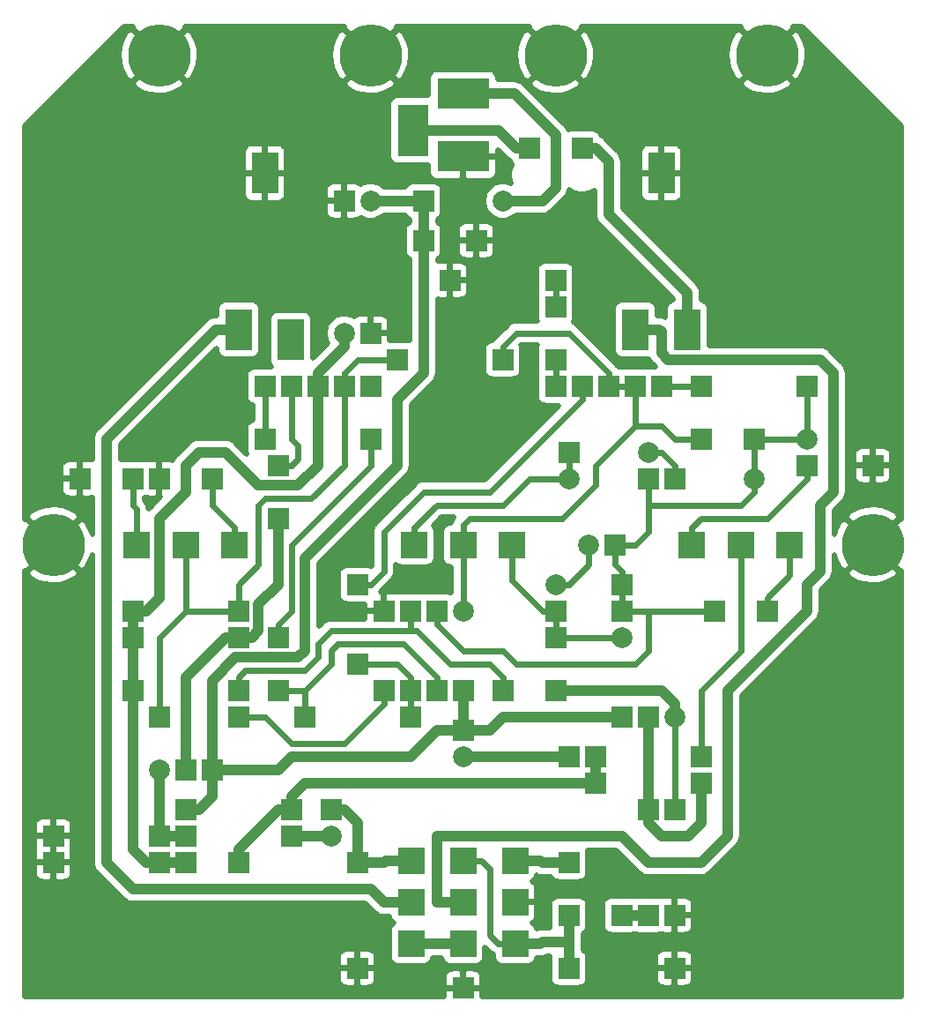
<source format=gbr>
G04 #@! TF.GenerationSoftware,KiCad,Pcbnew,5.1.6-c6e7f7d~87~ubuntu19.10.1*
G04 #@! TF.CreationDate,2022-03-20T14:59:11+06:00*
G04 #@! TF.ProjectId,good_grief_overdrive_r1a,676f6f64-5f67-4726-9965-665f6f766572,1A*
G04 #@! TF.SameCoordinates,Original*
G04 #@! TF.FileFunction,Copper,L2,Bot*
G04 #@! TF.FilePolarity,Positive*
%FSLAX46Y46*%
G04 Gerber Fmt 4.6, Leading zero omitted, Abs format (unit mm)*
G04 Created by KiCad (PCBNEW 5.1.6-c6e7f7d~87~ubuntu19.10.1) date 2022-03-20 14:59:11*
%MOMM*%
%LPD*%
G01*
G04 APERTURE LIST*
G04 #@! TA.AperFunction,ComponentPad*
%ADD10R,2.000000X2.000000*%
G04 #@! TD*
G04 #@! TA.AperFunction,ComponentPad*
%ADD11R,2.500000X4.000000*%
G04 #@! TD*
G04 #@! TA.AperFunction,ComponentPad*
%ADD12C,6.000000*%
G04 #@! TD*
G04 #@! TA.AperFunction,ComponentPad*
%ADD13C,2.000000*%
G04 #@! TD*
G04 #@! TA.AperFunction,ComponentPad*
%ADD14R,2.500000X2.500000*%
G04 #@! TD*
G04 #@! TA.AperFunction,ComponentPad*
%ADD15R,5.000000X3.000000*%
G04 #@! TD*
G04 #@! TA.AperFunction,ComponentPad*
%ADD16R,3.000000X5.000000*%
G04 #@! TD*
G04 #@! TA.AperFunction,Conductor*
%ADD17C,1.000000*%
G04 #@! TD*
G04 #@! TA.AperFunction,Conductor*
%ADD18C,0.600000*%
G04 #@! TD*
G04 #@! TA.AperFunction,Conductor*
%ADD19C,0.500000*%
G04 #@! TD*
G04 APERTURE END LIST*
D10*
X93980000Y-128270000D03*
X86360000Y-128270000D03*
X91440000Y-128270000D03*
X88900000Y-128270000D03*
X96520000Y-128270000D03*
X124460000Y-128270000D03*
X121920000Y-128270000D03*
X119380000Y-128270000D03*
X116840000Y-128270000D03*
X114300000Y-128270000D03*
D11*
X126960000Y-122830000D03*
X121960000Y-122830000D03*
X124460000Y-107830000D03*
X86360000Y-107830000D03*
X83860000Y-122830000D03*
X88860000Y-123830000D03*
D12*
X144780000Y-143510000D03*
X66040000Y-143510000D03*
X134620000Y-96520000D03*
X114300000Y-96520000D03*
X96520000Y-96520000D03*
X76200000Y-96520000D03*
D13*
X120650000Y-152400000D03*
D10*
X120650000Y-149860000D03*
X120650000Y-147320000D03*
D13*
X114300000Y-147320000D03*
D10*
X114300000Y-149860000D03*
X114300000Y-152400000D03*
X81280000Y-165100000D03*
X78740000Y-165100000D03*
D13*
X76200000Y-165100000D03*
D10*
X120650000Y-160020000D03*
X123190000Y-160020000D03*
D13*
X125730000Y-160020000D03*
D10*
X83820000Y-173990000D03*
X78740000Y-173990000D03*
X95250000Y-154940000D03*
X95250000Y-147320000D03*
X76200000Y-160020000D03*
X83820000Y-160020000D03*
D13*
X105410000Y-149860000D03*
D10*
X102870000Y-149860000D03*
X100330000Y-149860000D03*
X97790000Y-149860000D03*
X97790000Y-157480000D03*
X100330000Y-157480000D03*
X102870000Y-157480000D03*
X105410000Y-157480000D03*
D14*
X100710000Y-143510000D03*
X105410000Y-143510000D03*
X110110000Y-143510000D03*
X127380000Y-143510000D03*
X132080000Y-143510000D03*
X136780000Y-143510000D03*
X74040000Y-143510000D03*
X78740000Y-143510000D03*
X83440000Y-143510000D03*
D10*
X125730000Y-137160000D03*
D13*
X133350000Y-137160000D03*
X123190000Y-134620000D03*
D10*
X115570000Y-134620000D03*
D13*
X115570000Y-137160000D03*
D10*
X123190000Y-137160000D03*
X101600000Y-110490000D03*
D13*
X109220000Y-110490000D03*
D15*
X105410000Y-106210000D03*
D16*
X100610000Y-103710000D03*
D15*
X105410000Y-100210000D03*
D10*
X116840000Y-105410000D03*
X111760000Y-105410000D03*
X144780000Y-135890000D03*
X105410000Y-186055000D03*
D13*
X117475000Y-143510000D03*
D10*
X120015000Y-143510000D03*
X105410000Y-161290000D03*
D13*
X105410000Y-163830000D03*
D14*
X100410000Y-181800000D03*
X100410000Y-177800000D03*
X100410000Y-173800000D03*
X105410000Y-173800000D03*
X105410000Y-181800000D03*
X105410000Y-177800000D03*
X110410000Y-173800000D03*
X110410000Y-181800000D03*
X110410000Y-177800000D03*
D10*
X96520000Y-123190000D03*
D13*
X93980000Y-123190000D03*
D10*
X138430000Y-135890000D03*
D13*
X138430000Y-133350000D03*
X92710000Y-171450000D03*
D10*
X92710000Y-168910000D03*
D13*
X96520000Y-110490000D03*
D10*
X93980000Y-110490000D03*
X73660000Y-137160000D03*
X68580000Y-137160000D03*
X81280000Y-137160000D03*
X76200000Y-137160000D03*
X114300000Y-125730000D03*
X114300000Y-120650000D03*
X128270000Y-133350000D03*
X133350000Y-133350000D03*
X87630000Y-135890000D03*
X87630000Y-140970000D03*
X129540000Y-149860000D03*
X134620000Y-149860000D03*
X87630000Y-157480000D03*
X87630000Y-152400000D03*
X114300000Y-157480000D03*
X109220000Y-157480000D03*
X115570000Y-179070000D03*
X120650000Y-179070000D03*
X101600000Y-114300000D03*
X106680000Y-114300000D03*
X114300000Y-118110000D03*
X104140000Y-118110000D03*
X109220000Y-125730000D03*
X99060000Y-125730000D03*
X128270000Y-128270000D03*
X138430000Y-128270000D03*
X100330000Y-160020000D03*
X90170000Y-160020000D03*
X118110000Y-166370000D03*
X128270000Y-166370000D03*
X118110000Y-163830000D03*
X128270000Y-163830000D03*
X125730000Y-179070000D03*
X125730000Y-168910000D03*
X123190000Y-179070000D03*
X123190000Y-168910000D03*
X115570000Y-184150000D03*
X125730000Y-184150000D03*
X115570000Y-173990000D03*
X115570000Y-163830000D03*
X95250000Y-184150000D03*
X95250000Y-173990000D03*
X66040000Y-173990000D03*
X76200000Y-173990000D03*
X66040000Y-171450000D03*
X76200000Y-171450000D03*
X78740000Y-171450000D03*
X88900000Y-171450000D03*
X73660000Y-157480000D03*
X83820000Y-157480000D03*
X83820000Y-149860000D03*
X73660000Y-149860000D03*
X73660000Y-152400000D03*
X83820000Y-152400000D03*
X96520000Y-133350000D03*
X86360000Y-133350000D03*
X88900000Y-168910000D03*
X78740000Y-168910000D03*
D17*
X105410000Y-163830000D02*
X115570000Y-163830000D01*
X110410000Y-173800000D02*
X112840000Y-173800000D01*
X112840000Y-173800000D02*
X113030000Y-173990000D01*
X113030000Y-173990000D02*
X115570000Y-173990000D01*
X100410000Y-181800000D02*
X105410000Y-181800000D01*
X140970000Y-127000000D02*
X139700000Y-125730000D01*
X124460000Y-125095000D02*
X124460000Y-123080000D01*
X123190000Y-173990000D02*
X128270000Y-173990000D01*
X125095000Y-125730000D02*
X124460000Y-125095000D01*
X139700000Y-125730000D02*
X125095000Y-125730000D01*
X120650000Y-171450000D02*
X123190000Y-173990000D01*
X102870000Y-171450000D02*
X120650000Y-171450000D01*
X102870000Y-177800000D02*
X102870000Y-171450000D01*
X139700000Y-139700000D02*
X140970000Y-138430000D01*
X140970000Y-138430000D02*
X140970000Y-127000000D01*
X105410000Y-177800000D02*
X102870000Y-177800000D01*
X124460000Y-123080000D02*
X124210000Y-122830000D01*
X124210000Y-122830000D02*
X121960000Y-122830000D01*
X138430000Y-147320000D02*
X139700000Y-146050000D01*
X139700000Y-146050000D02*
X139700000Y-139700000D01*
X130810000Y-157480000D02*
X138430000Y-149860000D01*
X130810000Y-171450000D02*
X130810000Y-157480000D01*
X128270000Y-173990000D02*
X130810000Y-171450000D01*
X138430000Y-149860000D02*
X138430000Y-147320000D01*
X71120000Y-173990000D02*
X71120000Y-133350000D01*
X81640000Y-122830000D02*
X83860000Y-122830000D01*
X71120000Y-133350000D02*
X81640000Y-122830000D01*
X96520000Y-176530000D02*
X97790000Y-177800000D01*
X73660000Y-176530000D02*
X96520000Y-176530000D01*
X73660000Y-176530000D02*
X71120000Y-173990000D01*
X100410000Y-177800000D02*
X97790000Y-177800000D01*
X108790000Y-103710000D02*
X110490000Y-105410000D01*
X100610000Y-103710000D02*
X108790000Y-103710000D01*
X110490000Y-105410000D02*
X111760000Y-105410000D01*
X118110000Y-105410000D02*
X116840000Y-105410000D01*
X119380000Y-106680000D02*
X118110000Y-105410000D01*
X119380000Y-111760000D02*
X119380000Y-106680000D01*
X126960000Y-122830000D02*
X126960000Y-119340000D01*
X126960000Y-119340000D02*
X119380000Y-111760000D01*
X101600000Y-110490000D02*
X101600000Y-114300000D01*
X80010000Y-168910000D02*
X81280000Y-167640000D01*
X81280000Y-165100000D02*
X81280000Y-167640000D01*
X78740000Y-168910000D02*
X80010000Y-168910000D01*
X96520000Y-110490000D02*
X101600000Y-110490000D01*
X88900000Y-163830000D02*
X100330000Y-163830000D01*
X81280000Y-165100000D02*
X87630000Y-165100000D01*
X87630000Y-165100000D02*
X88900000Y-163830000D01*
X101600000Y-127000000D02*
X101600000Y-114300000D01*
X99060000Y-129540000D02*
X101600000Y-127000000D01*
X99060000Y-135890000D02*
X99060000Y-129540000D01*
X90170000Y-144780000D02*
X99060000Y-135890000D01*
X89535000Y-154305000D02*
X90170000Y-153670000D01*
X83502500Y-154305000D02*
X89535000Y-154305000D01*
X81280000Y-156527500D02*
X83502500Y-154305000D01*
X90170000Y-153670000D02*
X90170000Y-144780000D01*
X81280000Y-165100000D02*
X81280000Y-156527500D01*
X102870000Y-161290000D02*
X105410000Y-161290000D01*
X100330000Y-163830000D02*
X102870000Y-161290000D01*
X105410000Y-157480000D02*
X105410000Y-161290000D01*
X109220000Y-160020000D02*
X120650000Y-160020000D01*
X105410000Y-161290000D02*
X107950000Y-161290000D01*
X107950000Y-161290000D02*
X109220000Y-160020000D01*
X113030000Y-110490000D02*
X109220000Y-110490000D01*
X114300000Y-104140000D02*
X114300000Y-109220000D01*
X114300000Y-109220000D02*
X113030000Y-110490000D01*
X110370000Y-100210000D02*
X114300000Y-104140000D01*
X105410000Y-100210000D02*
X110370000Y-100210000D01*
D18*
X124460000Y-134620000D02*
X125730000Y-135890000D01*
X125730000Y-135890000D02*
X125730000Y-137160000D01*
X123190000Y-134620000D02*
X124460000Y-134620000D01*
X117475000Y-143510000D02*
X117475000Y-145415000D01*
X117475000Y-145415000D02*
X115570000Y-147320000D01*
X115570000Y-147320000D02*
X114300000Y-147320000D01*
D17*
X123190000Y-160020000D02*
X123190000Y-168910000D01*
X123190000Y-168910000D02*
X123190000Y-170180000D01*
X123190000Y-170180000D02*
X124460000Y-171450000D01*
X124460000Y-171450000D02*
X127000000Y-171450000D01*
X127000000Y-171450000D02*
X128270000Y-170180000D01*
X128270000Y-170180000D02*
X128270000Y-166370000D01*
X76200000Y-171450000D02*
X78740000Y-171450000D01*
X76200000Y-165100000D02*
X76200000Y-171450000D01*
D18*
X86360000Y-128270000D02*
X86360000Y-133350000D01*
D17*
X120650000Y-179070000D02*
X123190000Y-179070000D01*
D18*
X115570000Y-134620000D02*
X115570000Y-137160000D01*
X109220000Y-139700000D02*
X111760000Y-137160000D01*
X102870000Y-139700000D02*
X109220000Y-139700000D01*
X100710000Y-143510000D02*
X100710000Y-141860000D01*
X111760000Y-137160000D02*
X115570000Y-137160000D01*
X100710000Y-141860000D02*
X102870000Y-139700000D01*
X113030000Y-149860000D02*
X114300000Y-149860000D01*
X110110000Y-143510000D02*
X110110000Y-146940000D01*
X110110000Y-146940000D02*
X113030000Y-149860000D01*
X114300000Y-149860000D02*
X114300000Y-152400000D01*
X114300000Y-152400000D02*
X120650000Y-152400000D01*
X132080000Y-153670000D02*
X132080000Y-143510000D01*
X128270000Y-163830000D02*
X128270000Y-157480000D01*
X128270000Y-157480000D02*
X132080000Y-153670000D01*
X124460000Y-128270000D02*
X128270000Y-128270000D01*
X120015000Y-143510000D02*
X120015000Y-145415000D01*
X120015000Y-145415000D02*
X120650000Y-146050000D01*
X120650000Y-146050000D02*
X120650000Y-147320000D01*
X102870000Y-151130000D02*
X105410000Y-153670000D01*
X102870000Y-149860000D02*
X102870000Y-151130000D01*
X109220000Y-153670000D02*
X110490000Y-154940000D01*
X105410000Y-153670000D02*
X109220000Y-153670000D01*
X120650000Y-147320000D02*
X120650000Y-149860000D01*
X123190000Y-153670000D02*
X121920000Y-154940000D01*
X120650000Y-149860000D02*
X123190000Y-149860000D01*
X123190000Y-149860000D02*
X129540000Y-149860000D01*
X123190000Y-149860000D02*
X123190000Y-153670000D01*
X110490000Y-154940000D02*
X121920000Y-154940000D01*
X133350000Y-133350000D02*
X133350000Y-137160000D01*
X133350000Y-133350000D02*
X138430000Y-133350000D01*
X138430000Y-128270000D02*
X138430000Y-133350000D01*
X133350000Y-138430000D02*
X133350000Y-137160000D01*
X132080000Y-139700000D02*
X133350000Y-138430000D01*
X123190000Y-139700000D02*
X123190000Y-137160000D01*
X123190000Y-139700000D02*
X132080000Y-139700000D01*
X123190000Y-139700000D02*
X123190000Y-142240000D01*
X123190000Y-142240000D02*
X121920000Y-143510000D01*
X120015000Y-143510000D02*
X121920000Y-143510000D01*
X134620000Y-148590000D02*
X134620000Y-149860000D01*
X136780000Y-143510000D02*
X136780000Y-146430000D01*
X136780000Y-146430000D02*
X134620000Y-148590000D01*
D17*
X125730000Y-158750000D02*
X125730000Y-160020000D01*
X124460000Y-157480000D02*
X125730000Y-158750000D01*
X114300000Y-157480000D02*
X124460000Y-157480000D01*
D18*
X125730000Y-160020000D02*
X125730000Y-168910000D01*
X100330000Y-149860000D02*
X100330000Y-151765000D01*
X100330000Y-151765000D02*
X100965000Y-151765000D01*
X100965000Y-151765000D02*
X104140000Y-154940000D01*
X109220000Y-156210000D02*
X109220000Y-157480000D01*
X107950000Y-154940000D02*
X109220000Y-156210000D01*
X104140000Y-154940000D02*
X107950000Y-154940000D01*
X92710000Y-151765000D02*
X100330000Y-151765000D01*
X83820000Y-156210000D02*
X84455000Y-155575000D01*
X83820000Y-157480000D02*
X83820000Y-156210000D01*
X84455000Y-155575000D02*
X90170000Y-155575000D01*
X91440000Y-153035000D02*
X92710000Y-151765000D01*
X90170000Y-155575000D02*
X91440000Y-154305000D01*
X91440000Y-154305000D02*
X91440000Y-153035000D01*
X138430000Y-137160000D02*
X138430000Y-135890000D01*
X134620000Y-140970000D02*
X138430000Y-137160000D01*
X128270000Y-140970000D02*
X134620000Y-140970000D01*
X127380000Y-143510000D02*
X127380000Y-141860000D01*
X127380000Y-141860000D02*
X128270000Y-140970000D01*
X119380000Y-128270000D02*
X121920000Y-128270000D01*
X109220000Y-124460000D02*
X110490000Y-123190000D01*
X109220000Y-125730000D02*
X109220000Y-124460000D01*
X105410000Y-143510000D02*
X105410000Y-149860000D01*
X119380000Y-127000000D02*
X119380000Y-128270000D01*
X110490000Y-123190000D02*
X115570000Y-123190000D01*
X115570000Y-123190000D02*
X119380000Y-127000000D01*
X128270000Y-133350000D02*
X125730000Y-133350000D01*
X125730000Y-133350000D02*
X124460000Y-132080000D01*
X124460000Y-132080000D02*
X121920000Y-132080000D01*
X121920000Y-132080000D02*
X121920000Y-128270000D01*
X105410000Y-141605000D02*
X106045000Y-140970000D01*
X118110000Y-135890000D02*
X121920000Y-132080000D01*
X105410000Y-143510000D02*
X105410000Y-141605000D01*
X106045000Y-140970000D02*
X114935000Y-140970000D01*
X114935000Y-140970000D02*
X118110000Y-137795000D01*
X118110000Y-137795000D02*
X118110000Y-135890000D01*
X81280000Y-139700000D02*
X81280000Y-137160000D01*
X83440000Y-143510000D02*
X83440000Y-141860000D01*
X83440000Y-141860000D02*
X81280000Y-139700000D01*
X73660000Y-139700000D02*
X73660000Y-137160000D01*
X74040000Y-143510000D02*
X74040000Y-140080000D01*
X74040000Y-140080000D02*
X73660000Y-139700000D01*
X114300000Y-125730000D02*
X114300000Y-128270000D01*
X114300000Y-118110000D02*
X114300000Y-120650000D01*
X102870000Y-156210000D02*
X102870000Y-157480000D01*
X99695000Y-153035000D02*
X102870000Y-156210000D01*
X87630000Y-157480000D02*
X90170000Y-157480000D01*
X90170000Y-157480000D02*
X90170000Y-160020000D01*
X92710000Y-153670000D02*
X93345000Y-153035000D01*
X93345000Y-153035000D02*
X99695000Y-153035000D01*
X90170000Y-157480000D02*
X92710000Y-154940000D01*
X92710000Y-154940000D02*
X92710000Y-153670000D01*
X87630000Y-151130000D02*
X87630000Y-152400000D01*
X88900000Y-149860000D02*
X87630000Y-151130000D01*
X96520000Y-133350000D02*
X96520000Y-135890000D01*
X88900000Y-143510000D02*
X88900000Y-149860000D01*
X96520000Y-135890000D02*
X88900000Y-143510000D01*
X88900000Y-133350000D02*
X88900000Y-128270000D01*
X89535000Y-135255000D02*
X89535000Y-133985000D01*
X89535000Y-133985000D02*
X88900000Y-133350000D01*
X87630000Y-135890000D02*
X88900000Y-135890000D01*
X88900000Y-135890000D02*
X89535000Y-135255000D01*
D17*
X78740000Y-163830000D02*
X78740000Y-165100000D01*
X78740000Y-156210000D02*
X78740000Y-163830000D01*
X83820000Y-152400000D02*
X82550000Y-152400000D01*
X82550000Y-152400000D02*
X78740000Y-156210000D01*
X87630000Y-147320000D02*
X87630000Y-140970000D01*
X85725000Y-149225000D02*
X87630000Y-147320000D01*
X85725000Y-149225000D02*
X85725000Y-151765000D01*
X85725000Y-151765000D02*
X85090000Y-152400000D01*
X85090000Y-152400000D02*
X83820000Y-152400000D01*
X88900000Y-171450000D02*
X92710000Y-171450000D01*
X83820000Y-173990000D02*
X83820000Y-172720000D01*
X76200000Y-173990000D02*
X78740000Y-173990000D01*
X83820000Y-172720000D02*
X87630000Y-168910000D01*
X87630000Y-168910000D02*
X88900000Y-168910000D01*
X91440000Y-128270000D02*
X91440000Y-127000000D01*
X91440000Y-127000000D02*
X93980000Y-124460000D01*
X93980000Y-124460000D02*
X93980000Y-123190000D01*
X74930000Y-173990000D02*
X76200000Y-173990000D01*
X73660000Y-157480000D02*
X73660000Y-172720000D01*
X73660000Y-172720000D02*
X74930000Y-173990000D01*
X73660000Y-152400000D02*
X73660000Y-157480000D01*
X73660000Y-149860000D02*
X73660000Y-152400000D01*
X78740000Y-135890000D02*
X80010000Y-134620000D01*
X76200000Y-140970000D02*
X78740000Y-138430000D01*
X76200000Y-148590000D02*
X76200000Y-140970000D01*
X73660000Y-149860000D02*
X74930000Y-149860000D01*
X74930000Y-149860000D02*
X76200000Y-148590000D01*
X78740000Y-138430000D02*
X78740000Y-135890000D01*
X89535000Y-137795000D02*
X91440000Y-135890000D01*
X91440000Y-135890000D02*
X91440000Y-128270000D01*
X85725000Y-137795000D02*
X89535000Y-137795000D01*
X80010000Y-134620000D02*
X82550000Y-134620000D01*
X82550000Y-134620000D02*
X85725000Y-137795000D01*
X88900000Y-168910000D02*
X88900000Y-167640000D01*
X88900000Y-167640000D02*
X90170000Y-166370000D01*
X90170000Y-166370000D02*
X118110000Y-166370000D01*
X118110000Y-166370000D02*
X118110000Y-163830000D01*
D18*
X78740000Y-143510000D02*
X78740000Y-149860000D01*
X76200000Y-152400000D02*
X76200000Y-160020000D01*
X78740000Y-149860000D02*
X76200000Y-152400000D01*
X86360000Y-160020000D02*
X88900000Y-162560000D01*
X83820000Y-160020000D02*
X86360000Y-160020000D01*
X93980000Y-162560000D02*
X97790000Y-158750000D01*
X97790000Y-158750000D02*
X97790000Y-157480000D01*
X88900000Y-162560000D02*
X93980000Y-162560000D01*
X93980000Y-135890000D02*
X93980000Y-128270000D01*
X90805000Y-139065000D02*
X93980000Y-135890000D01*
X85725000Y-139700000D02*
X86360000Y-139065000D01*
X86360000Y-139065000D02*
X90805000Y-139065000D01*
X83820000Y-147320000D02*
X85725000Y-145415000D01*
X85725000Y-145415000D02*
X85725000Y-139700000D01*
X83820000Y-147320000D02*
X83820000Y-149860000D01*
X78740000Y-149860000D02*
X83820000Y-149860000D01*
X95250000Y-125730000D02*
X99060000Y-125730000D01*
X93980000Y-128270000D02*
X93980000Y-127000000D01*
X93980000Y-127000000D02*
X95250000Y-125730000D01*
X100330000Y-156210000D02*
X100330000Y-157480000D01*
X95250000Y-154940000D02*
X99060000Y-154940000D01*
X99060000Y-154940000D02*
X100330000Y-156210000D01*
X100330000Y-157480000D02*
X100330000Y-160020000D01*
X116840000Y-129540000D02*
X116840000Y-128270000D01*
X107950000Y-138430000D02*
X116840000Y-129540000D01*
X95250000Y-147320000D02*
X96520000Y-147320000D01*
X97790000Y-146050000D02*
X97790000Y-142240000D01*
X97790000Y-142240000D02*
X101600000Y-138430000D01*
X96520000Y-147320000D02*
X97790000Y-146050000D01*
X101600000Y-138430000D02*
X107950000Y-138430000D01*
X107950000Y-174625000D02*
X107950000Y-180975000D01*
X107125000Y-173800000D02*
X107950000Y-174625000D01*
X105410000Y-173800000D02*
X107125000Y-173800000D01*
X108775000Y-181800000D02*
X107950000Y-180975000D01*
X110410000Y-181800000D02*
X108775000Y-181800000D01*
D17*
X115570000Y-181610000D02*
X115570000Y-184150000D01*
X115570000Y-179070000D02*
X115570000Y-181610000D01*
X110410000Y-181800000D02*
X112840000Y-181800000D01*
X113030000Y-181610000D02*
X115570000Y-181610000D01*
X112840000Y-181800000D02*
X113030000Y-181610000D01*
X92710000Y-168910000D02*
X93980000Y-168910000D01*
X93980000Y-168910000D02*
X95250000Y-170180000D01*
X95250000Y-170180000D02*
X95250000Y-173990000D01*
X100410000Y-173800000D02*
X97980000Y-173800000D01*
X97980000Y-173800000D02*
X97790000Y-173990000D01*
X97790000Y-173990000D02*
X95250000Y-173990000D01*
D19*
G36*
X73650324Y-93899613D02*
G01*
X76200000Y-96449289D01*
X78749676Y-93899613D01*
X78667651Y-93760000D01*
X94052349Y-93760000D01*
X93970324Y-93899613D01*
X96520000Y-96449289D01*
X99069676Y-93899613D01*
X98987651Y-93760000D01*
X111832349Y-93760000D01*
X111750324Y-93899613D01*
X114300000Y-96449289D01*
X116849676Y-93899613D01*
X116767651Y-93760000D01*
X132152349Y-93760000D01*
X132070324Y-93899613D01*
X134620000Y-96449289D01*
X137169676Y-93899613D01*
X137087651Y-93760000D01*
X137995077Y-93760000D01*
X147540000Y-103304924D01*
X147540000Y-141042349D01*
X147400387Y-140960324D01*
X144850711Y-143510000D01*
X147400387Y-146059676D01*
X147540001Y-145977651D01*
X147540001Y-186910000D01*
X107263304Y-186910000D01*
X107260000Y-186317500D01*
X107047500Y-186105000D01*
X105460000Y-186105000D01*
X105460000Y-186125000D01*
X105360000Y-186125000D01*
X105360000Y-186105000D01*
X103772500Y-186105000D01*
X103560000Y-186317500D01*
X103556696Y-186910000D01*
X63280000Y-186910000D01*
X63280000Y-185150000D01*
X93395887Y-185150000D01*
X93412299Y-185316629D01*
X93460902Y-185476855D01*
X93539831Y-185624520D01*
X93646051Y-185753949D01*
X93775480Y-185860169D01*
X93923145Y-185939098D01*
X94083371Y-185987701D01*
X94250000Y-186004113D01*
X94987500Y-186000000D01*
X95200000Y-185787500D01*
X95200000Y-184200000D01*
X95300000Y-184200000D01*
X95300000Y-185787500D01*
X95512500Y-186000000D01*
X96250000Y-186004113D01*
X96416629Y-185987701D01*
X96576855Y-185939098D01*
X96724520Y-185860169D01*
X96853949Y-185753949D01*
X96960169Y-185624520D01*
X97039098Y-185476855D01*
X97087701Y-185316629D01*
X97104113Y-185150000D01*
X97103584Y-185055000D01*
X103555887Y-185055000D01*
X103560000Y-185792500D01*
X103772500Y-186005000D01*
X105360000Y-186005000D01*
X105360000Y-184417500D01*
X105460000Y-184417500D01*
X105460000Y-186005000D01*
X107047500Y-186005000D01*
X107260000Y-185792500D01*
X107264113Y-185055000D01*
X107247701Y-184888371D01*
X107199098Y-184728145D01*
X107120169Y-184580480D01*
X107013949Y-184451051D01*
X106884520Y-184344831D01*
X106736855Y-184265902D01*
X106576629Y-184217299D01*
X106410000Y-184200887D01*
X105672500Y-184205000D01*
X105460000Y-184417500D01*
X105360000Y-184417500D01*
X105147500Y-184205000D01*
X104410000Y-184200887D01*
X104243371Y-184217299D01*
X104083145Y-184265902D01*
X103935480Y-184344831D01*
X103806051Y-184451051D01*
X103699831Y-184580480D01*
X103620902Y-184728145D01*
X103572299Y-184888371D01*
X103555887Y-185055000D01*
X97103584Y-185055000D01*
X97100000Y-184412500D01*
X96887500Y-184200000D01*
X95300000Y-184200000D01*
X95200000Y-184200000D01*
X93612500Y-184200000D01*
X93400000Y-184412500D01*
X93395887Y-185150000D01*
X63280000Y-185150000D01*
X63280000Y-183150000D01*
X93395887Y-183150000D01*
X93400000Y-183887500D01*
X93612500Y-184100000D01*
X95200000Y-184100000D01*
X95200000Y-182512500D01*
X95300000Y-182512500D01*
X95300000Y-184100000D01*
X96887500Y-184100000D01*
X97100000Y-183887500D01*
X97104113Y-183150000D01*
X97087701Y-182983371D01*
X97039098Y-182823145D01*
X96960169Y-182675480D01*
X96853949Y-182546051D01*
X96724520Y-182439831D01*
X96576855Y-182360902D01*
X96416629Y-182312299D01*
X96250000Y-182295887D01*
X95512500Y-182300000D01*
X95300000Y-182512500D01*
X95200000Y-182512500D01*
X94987500Y-182300000D01*
X94250000Y-182295887D01*
X94083371Y-182312299D01*
X93923145Y-182360902D01*
X93775480Y-182439831D01*
X93646051Y-182546051D01*
X93539831Y-182675480D01*
X93460902Y-182823145D01*
X93412299Y-182983371D01*
X93395887Y-183150000D01*
X63280000Y-183150000D01*
X63280000Y-174990000D01*
X64185887Y-174990000D01*
X64202299Y-175156629D01*
X64250902Y-175316855D01*
X64329831Y-175464520D01*
X64436051Y-175593949D01*
X64565480Y-175700169D01*
X64713145Y-175779098D01*
X64873371Y-175827701D01*
X65040000Y-175844113D01*
X65777500Y-175840000D01*
X65990000Y-175627500D01*
X65990000Y-174040000D01*
X66090000Y-174040000D01*
X66090000Y-175627500D01*
X66302500Y-175840000D01*
X67040000Y-175844113D01*
X67206629Y-175827701D01*
X67366855Y-175779098D01*
X67514520Y-175700169D01*
X67643949Y-175593949D01*
X67750169Y-175464520D01*
X67829098Y-175316855D01*
X67877701Y-175156629D01*
X67894113Y-174990000D01*
X67890000Y-174252500D01*
X67677500Y-174040000D01*
X66090000Y-174040000D01*
X65990000Y-174040000D01*
X64402500Y-174040000D01*
X64190000Y-174252500D01*
X64185887Y-174990000D01*
X63280000Y-174990000D01*
X63280000Y-172450000D01*
X64185887Y-172450000D01*
X64202299Y-172616629D01*
X64233656Y-172720000D01*
X64202299Y-172823371D01*
X64185887Y-172990000D01*
X64190000Y-173727500D01*
X64402500Y-173940000D01*
X65990000Y-173940000D01*
X65990000Y-171500000D01*
X66090000Y-171500000D01*
X66090000Y-173940000D01*
X67677500Y-173940000D01*
X67890000Y-173727500D01*
X67894113Y-172990000D01*
X67877701Y-172823371D01*
X67846344Y-172720000D01*
X67877701Y-172616629D01*
X67894113Y-172450000D01*
X67890000Y-171712500D01*
X67677500Y-171500000D01*
X66090000Y-171500000D01*
X65990000Y-171500000D01*
X64402500Y-171500000D01*
X64190000Y-171712500D01*
X64185887Y-172450000D01*
X63280000Y-172450000D01*
X63280000Y-170450000D01*
X64185887Y-170450000D01*
X64190000Y-171187500D01*
X64402500Y-171400000D01*
X65990000Y-171400000D01*
X65990000Y-169812500D01*
X66090000Y-169812500D01*
X66090000Y-171400000D01*
X67677500Y-171400000D01*
X67890000Y-171187500D01*
X67894113Y-170450000D01*
X67877701Y-170283371D01*
X67829098Y-170123145D01*
X67750169Y-169975480D01*
X67643949Y-169846051D01*
X67514520Y-169739831D01*
X67366855Y-169660902D01*
X67206629Y-169612299D01*
X67040000Y-169595887D01*
X66302500Y-169600000D01*
X66090000Y-169812500D01*
X65990000Y-169812500D01*
X65777500Y-169600000D01*
X65040000Y-169595887D01*
X64873371Y-169612299D01*
X64713145Y-169660902D01*
X64565480Y-169739831D01*
X64436051Y-169846051D01*
X64329831Y-169975480D01*
X64250902Y-170123145D01*
X64202299Y-170283371D01*
X64185887Y-170450000D01*
X63280000Y-170450000D01*
X63280000Y-146130387D01*
X63490324Y-146130387D01*
X63806718Y-146668915D01*
X64465903Y-147043908D01*
X65185580Y-147283096D01*
X65938092Y-147377286D01*
X66694521Y-147322858D01*
X67425796Y-147121905D01*
X68103816Y-146782148D01*
X68273282Y-146668915D01*
X68589676Y-146130387D01*
X66040000Y-143580711D01*
X63490324Y-146130387D01*
X63280000Y-146130387D01*
X63280000Y-145977651D01*
X63419613Y-146059676D01*
X65969289Y-143510000D01*
X66110711Y-143510000D01*
X68660387Y-146059676D01*
X69198915Y-145743282D01*
X69573908Y-145084097D01*
X69770001Y-144494087D01*
X69770000Y-173923681D01*
X69763468Y-173990000D01*
X69770000Y-174056319D01*
X69770000Y-174056320D01*
X69789533Y-174254645D01*
X69866728Y-174509121D01*
X69900993Y-174573226D01*
X69992085Y-174743649D01*
X70118510Y-174897698D01*
X70118513Y-174897701D01*
X70160787Y-174949212D01*
X70212299Y-174991487D01*
X72658509Y-177437697D01*
X72700787Y-177489213D01*
X72906351Y-177657915D01*
X73140878Y-177783272D01*
X73395354Y-177860467D01*
X73593679Y-177880000D01*
X73593688Y-177880000D01*
X73659999Y-177886531D01*
X73726310Y-177880000D01*
X95960812Y-177880000D01*
X96788513Y-178707702D01*
X96830787Y-178759213D01*
X96882298Y-178801487D01*
X96882301Y-178801490D01*
X97036350Y-178927915D01*
X97161707Y-178994919D01*
X97270878Y-179053272D01*
X97525354Y-179130467D01*
X97723679Y-179150000D01*
X97723688Y-179150000D01*
X97789999Y-179156531D01*
X97856310Y-179150000D01*
X98315737Y-179150000D01*
X98322300Y-179216629D01*
X98370903Y-179376855D01*
X98449832Y-179524519D01*
X98556052Y-179653948D01*
X98685481Y-179760168D01*
X98760001Y-179800000D01*
X98685481Y-179839832D01*
X98556052Y-179946052D01*
X98449832Y-180075481D01*
X98370903Y-180223145D01*
X98322300Y-180383371D01*
X98305888Y-180550000D01*
X98305888Y-183050000D01*
X98322300Y-183216629D01*
X98370903Y-183376855D01*
X98449832Y-183524519D01*
X98556052Y-183653948D01*
X98685481Y-183760168D01*
X98833145Y-183839097D01*
X98993371Y-183887700D01*
X99160000Y-183904112D01*
X101660000Y-183904112D01*
X101826629Y-183887700D01*
X101986855Y-183839097D01*
X102134519Y-183760168D01*
X102263948Y-183653948D01*
X102370168Y-183524519D01*
X102449097Y-183376855D01*
X102497700Y-183216629D01*
X102504263Y-183150000D01*
X103315737Y-183150000D01*
X103322300Y-183216629D01*
X103370903Y-183376855D01*
X103449832Y-183524519D01*
X103556052Y-183653948D01*
X103685481Y-183760168D01*
X103833145Y-183839097D01*
X103993371Y-183887700D01*
X104160000Y-183904112D01*
X106660000Y-183904112D01*
X106826629Y-183887700D01*
X106986855Y-183839097D01*
X107134519Y-183760168D01*
X107263948Y-183653948D01*
X107370168Y-183524519D01*
X107449097Y-183376855D01*
X107497700Y-183216629D01*
X107514112Y-183050000D01*
X107514112Y-182165457D01*
X107921884Y-182573230D01*
X107957893Y-182617107D01*
X108001769Y-182653115D01*
X108001772Y-182653118D01*
X108029022Y-182675481D01*
X108133003Y-182760816D01*
X108305888Y-182853225D01*
X108305888Y-183050000D01*
X108322300Y-183216629D01*
X108370903Y-183376855D01*
X108449832Y-183524519D01*
X108556052Y-183653948D01*
X108685481Y-183760168D01*
X108833145Y-183839097D01*
X108993371Y-183887700D01*
X109160000Y-183904112D01*
X111660000Y-183904112D01*
X111826629Y-183887700D01*
X111986855Y-183839097D01*
X112134519Y-183760168D01*
X112263948Y-183653948D01*
X112370168Y-183524519D01*
X112449097Y-183376855D01*
X112497700Y-183216629D01*
X112504263Y-183150000D01*
X112773681Y-183150000D01*
X112840000Y-183156532D01*
X112906319Y-183150000D01*
X112906321Y-183150000D01*
X113104646Y-183130467D01*
X113359122Y-183053272D01*
X113533622Y-182960000D01*
X113739389Y-182960000D01*
X113732300Y-182983371D01*
X113715888Y-183150000D01*
X113715888Y-185150000D01*
X113732300Y-185316629D01*
X113780903Y-185476855D01*
X113859832Y-185624519D01*
X113966052Y-185753948D01*
X114095481Y-185860168D01*
X114243145Y-185939097D01*
X114403371Y-185987700D01*
X114570000Y-186004112D01*
X116570000Y-186004112D01*
X116736629Y-185987700D01*
X116896855Y-185939097D01*
X117044519Y-185860168D01*
X117173948Y-185753948D01*
X117280168Y-185624519D01*
X117359097Y-185476855D01*
X117407700Y-185316629D01*
X117424112Y-185150000D01*
X123875887Y-185150000D01*
X123892299Y-185316629D01*
X123940902Y-185476855D01*
X124019831Y-185624520D01*
X124126051Y-185753949D01*
X124255480Y-185860169D01*
X124403145Y-185939098D01*
X124563371Y-185987701D01*
X124730000Y-186004113D01*
X125467500Y-186000000D01*
X125680000Y-185787500D01*
X125680000Y-184200000D01*
X125780000Y-184200000D01*
X125780000Y-185787500D01*
X125992500Y-186000000D01*
X126730000Y-186004113D01*
X126896629Y-185987701D01*
X127056855Y-185939098D01*
X127204520Y-185860169D01*
X127333949Y-185753949D01*
X127440169Y-185624520D01*
X127519098Y-185476855D01*
X127567701Y-185316629D01*
X127584113Y-185150000D01*
X127580000Y-184412500D01*
X127367500Y-184200000D01*
X125780000Y-184200000D01*
X125680000Y-184200000D01*
X124092500Y-184200000D01*
X123880000Y-184412500D01*
X123875887Y-185150000D01*
X117424112Y-185150000D01*
X117424112Y-183150000D01*
X123875887Y-183150000D01*
X123880000Y-183887500D01*
X124092500Y-184100000D01*
X125680000Y-184100000D01*
X125680000Y-182512500D01*
X125780000Y-182512500D01*
X125780000Y-184100000D01*
X127367500Y-184100000D01*
X127580000Y-183887500D01*
X127584113Y-183150000D01*
X127567701Y-182983371D01*
X127519098Y-182823145D01*
X127440169Y-182675480D01*
X127333949Y-182546051D01*
X127204520Y-182439831D01*
X127056855Y-182360902D01*
X126896629Y-182312299D01*
X126730000Y-182295887D01*
X125992500Y-182300000D01*
X125780000Y-182512500D01*
X125680000Y-182512500D01*
X125467500Y-182300000D01*
X124730000Y-182295887D01*
X124563371Y-182312299D01*
X124403145Y-182360902D01*
X124255480Y-182439831D01*
X124126051Y-182546051D01*
X124019831Y-182675480D01*
X123940902Y-182823145D01*
X123892299Y-182983371D01*
X123875887Y-183150000D01*
X117424112Y-183150000D01*
X117407700Y-182983371D01*
X117359097Y-182823145D01*
X117280168Y-182675481D01*
X117173948Y-182546052D01*
X117044519Y-182439832D01*
X116920000Y-182373274D01*
X116920000Y-181676321D01*
X116926532Y-181610000D01*
X116920000Y-181543679D01*
X116920000Y-180846726D01*
X117044519Y-180780168D01*
X117173948Y-180673948D01*
X117280168Y-180544519D01*
X117359097Y-180396855D01*
X117407700Y-180236629D01*
X117424112Y-180070000D01*
X117424112Y-178070000D01*
X118795888Y-178070000D01*
X118795888Y-180070000D01*
X118812300Y-180236629D01*
X118860903Y-180396855D01*
X118939832Y-180544519D01*
X119046052Y-180673948D01*
X119175481Y-180780168D01*
X119323145Y-180859097D01*
X119483371Y-180907700D01*
X119650000Y-180924112D01*
X121650000Y-180924112D01*
X121816629Y-180907700D01*
X121920000Y-180876343D01*
X122023371Y-180907700D01*
X122190000Y-180924112D01*
X124190000Y-180924112D01*
X124356629Y-180907700D01*
X124459998Y-180876344D01*
X124563371Y-180907701D01*
X124730000Y-180924113D01*
X125467500Y-180920000D01*
X125680000Y-180707500D01*
X125680000Y-179120000D01*
X125780000Y-179120000D01*
X125780000Y-180707500D01*
X125992500Y-180920000D01*
X126730000Y-180924113D01*
X126896629Y-180907701D01*
X127056855Y-180859098D01*
X127204520Y-180780169D01*
X127333949Y-180673949D01*
X127440169Y-180544520D01*
X127519098Y-180396855D01*
X127567701Y-180236629D01*
X127584113Y-180070000D01*
X127580000Y-179332500D01*
X127367500Y-179120000D01*
X125780000Y-179120000D01*
X125680000Y-179120000D01*
X125660000Y-179120000D01*
X125660000Y-179020000D01*
X125680000Y-179020000D01*
X125680000Y-177432500D01*
X125780000Y-177432500D01*
X125780000Y-179020000D01*
X127367500Y-179020000D01*
X127580000Y-178807500D01*
X127584113Y-178070000D01*
X127567701Y-177903371D01*
X127519098Y-177743145D01*
X127440169Y-177595480D01*
X127333949Y-177466051D01*
X127204520Y-177359831D01*
X127056855Y-177280902D01*
X126896629Y-177232299D01*
X126730000Y-177215887D01*
X125992500Y-177220000D01*
X125780000Y-177432500D01*
X125680000Y-177432500D01*
X125467500Y-177220000D01*
X124730000Y-177215887D01*
X124563371Y-177232299D01*
X124459998Y-177263656D01*
X124356629Y-177232300D01*
X124190000Y-177215888D01*
X122190000Y-177215888D01*
X122023371Y-177232300D01*
X121920000Y-177263657D01*
X121816629Y-177232300D01*
X121650000Y-177215888D01*
X119650000Y-177215888D01*
X119483371Y-177232300D01*
X119323145Y-177280903D01*
X119175481Y-177359832D01*
X119046052Y-177466052D01*
X118939832Y-177595481D01*
X118860903Y-177743145D01*
X118812300Y-177903371D01*
X118795888Y-178070000D01*
X117424112Y-178070000D01*
X117407700Y-177903371D01*
X117359097Y-177743145D01*
X117280168Y-177595481D01*
X117173948Y-177466052D01*
X117044519Y-177359832D01*
X116896855Y-177280903D01*
X116736629Y-177232300D01*
X116570000Y-177215888D01*
X114570000Y-177215888D01*
X114403371Y-177232300D01*
X114243145Y-177280903D01*
X114095481Y-177359832D01*
X113966052Y-177466052D01*
X113859832Y-177595481D01*
X113780903Y-177743145D01*
X113732300Y-177903371D01*
X113715888Y-178070000D01*
X113715888Y-180070000D01*
X113732300Y-180236629D01*
X113739389Y-180260000D01*
X113096319Y-180260000D01*
X113030000Y-180253468D01*
X112963681Y-180260000D01*
X112963679Y-180260000D01*
X112765354Y-180279533D01*
X112510878Y-180356728D01*
X112492584Y-180366506D01*
X112449097Y-180223145D01*
X112370168Y-180075481D01*
X112263948Y-179946052D01*
X112134519Y-179839832D01*
X112060001Y-179800001D01*
X112134520Y-179760169D01*
X112263949Y-179653949D01*
X112370169Y-179524520D01*
X112449098Y-179376855D01*
X112497701Y-179216629D01*
X112514113Y-179050000D01*
X112510000Y-178062500D01*
X112297500Y-177850000D01*
X110460000Y-177850000D01*
X110460000Y-177870000D01*
X110360000Y-177870000D01*
X110360000Y-177850000D01*
X110340000Y-177850000D01*
X110340000Y-177750000D01*
X110360000Y-177750000D01*
X110360000Y-177730000D01*
X110460000Y-177730000D01*
X110460000Y-177750000D01*
X112297500Y-177750000D01*
X112510000Y-177537500D01*
X112514113Y-176550000D01*
X112497701Y-176383371D01*
X112449098Y-176223145D01*
X112370169Y-176075480D01*
X112263949Y-175946051D01*
X112134520Y-175839831D01*
X112060001Y-175799999D01*
X112134519Y-175760168D01*
X112263948Y-175653948D01*
X112370168Y-175524519D01*
X112449097Y-175376855D01*
X112492584Y-175233494D01*
X112510878Y-175243272D01*
X112765354Y-175320467D01*
X112963679Y-175340000D01*
X112963681Y-175340000D01*
X113030000Y-175346532D01*
X113096319Y-175340000D01*
X113793274Y-175340000D01*
X113859832Y-175464519D01*
X113966052Y-175593948D01*
X114095481Y-175700168D01*
X114243145Y-175779097D01*
X114403371Y-175827700D01*
X114570000Y-175844112D01*
X116570000Y-175844112D01*
X116736629Y-175827700D01*
X116896855Y-175779097D01*
X117044519Y-175700168D01*
X117173948Y-175593948D01*
X117280168Y-175464519D01*
X117359097Y-175316855D01*
X117407700Y-175156629D01*
X117424112Y-174990000D01*
X117424112Y-172990000D01*
X117407700Y-172823371D01*
X117400611Y-172800000D01*
X120090812Y-172800000D01*
X122188509Y-174897697D01*
X122230787Y-174949213D01*
X122436351Y-175117915D01*
X122670878Y-175243272D01*
X122925354Y-175320467D01*
X123123679Y-175340000D01*
X123123688Y-175340000D01*
X123189999Y-175346531D01*
X123256310Y-175340000D01*
X128203681Y-175340000D01*
X128270000Y-175346532D01*
X128336319Y-175340000D01*
X128336321Y-175340000D01*
X128534646Y-175320467D01*
X128789122Y-175243272D01*
X129023649Y-175117915D01*
X129229213Y-174949213D01*
X129271491Y-174897697D01*
X131717701Y-172451487D01*
X131769212Y-172409213D01*
X131815756Y-172352500D01*
X131937914Y-172203650D01*
X131937915Y-172203649D01*
X132063272Y-171969122D01*
X132140467Y-171714646D01*
X132160000Y-171516321D01*
X132160000Y-171516312D01*
X132166531Y-171450001D01*
X132160000Y-171383690D01*
X132160000Y-158039188D01*
X139337701Y-150861487D01*
X139389212Y-150819213D01*
X139476283Y-150713118D01*
X139557914Y-150613650D01*
X139557915Y-150613649D01*
X139683272Y-150379122D01*
X139760467Y-150124646D01*
X139780000Y-149926321D01*
X139780000Y-149926312D01*
X139786531Y-149860001D01*
X139780000Y-149793690D01*
X139780000Y-147879188D01*
X140607706Y-147051483D01*
X140659212Y-147009213D01*
X140701483Y-146957706D01*
X140701490Y-146957699D01*
X140827915Y-146803650D01*
X140953271Y-146569123D01*
X140953272Y-146569122D01*
X141030467Y-146314646D01*
X141048614Y-146130387D01*
X142230324Y-146130387D01*
X142546718Y-146668915D01*
X143205903Y-147043908D01*
X143925580Y-147283096D01*
X144678092Y-147377286D01*
X145434521Y-147322858D01*
X146165796Y-147121905D01*
X146843816Y-146782148D01*
X147013282Y-146668915D01*
X147329676Y-146130387D01*
X144780000Y-143580711D01*
X142230324Y-146130387D01*
X141048614Y-146130387D01*
X141050000Y-146116321D01*
X141050000Y-146116312D01*
X141056531Y-146050001D01*
X141050000Y-145983690D01*
X141050000Y-144466044D01*
X141168095Y-144895796D01*
X141507852Y-145573816D01*
X141621085Y-145743282D01*
X142159613Y-146059676D01*
X144709289Y-143510000D01*
X142159613Y-140960324D01*
X141621085Y-141276718D01*
X141246092Y-141935903D01*
X141050000Y-142525911D01*
X141050000Y-140889613D01*
X142230324Y-140889613D01*
X144780000Y-143439289D01*
X147329676Y-140889613D01*
X147013282Y-140351085D01*
X146354097Y-139976092D01*
X145634420Y-139736904D01*
X144881908Y-139642714D01*
X144125479Y-139697142D01*
X143394204Y-139898095D01*
X142716184Y-140237852D01*
X142546718Y-140351085D01*
X142230324Y-140889613D01*
X141050000Y-140889613D01*
X141050000Y-140259188D01*
X141877706Y-139431483D01*
X141929212Y-139389213D01*
X141971483Y-139337706D01*
X141971490Y-139337699D01*
X142097915Y-139183650D01*
X142170276Y-139048271D01*
X142223272Y-138949122D01*
X142300467Y-138694646D01*
X142320000Y-138496321D01*
X142320000Y-138496312D01*
X142326531Y-138430001D01*
X142320000Y-138363690D01*
X142320000Y-136890000D01*
X142925887Y-136890000D01*
X142942299Y-137056629D01*
X142990902Y-137216855D01*
X143069831Y-137364520D01*
X143176051Y-137493949D01*
X143305480Y-137600169D01*
X143453145Y-137679098D01*
X143613371Y-137727701D01*
X143780000Y-137744113D01*
X144517500Y-137740000D01*
X144730000Y-137527500D01*
X144730000Y-135940000D01*
X144830000Y-135940000D01*
X144830000Y-137527500D01*
X145042500Y-137740000D01*
X145780000Y-137744113D01*
X145946629Y-137727701D01*
X146106855Y-137679098D01*
X146254520Y-137600169D01*
X146383949Y-137493949D01*
X146490169Y-137364520D01*
X146569098Y-137216855D01*
X146617701Y-137056629D01*
X146634113Y-136890000D01*
X146630000Y-136152500D01*
X146417500Y-135940000D01*
X144830000Y-135940000D01*
X144730000Y-135940000D01*
X143142500Y-135940000D01*
X142930000Y-136152500D01*
X142925887Y-136890000D01*
X142320000Y-136890000D01*
X142320000Y-134890000D01*
X142925887Y-134890000D01*
X142930000Y-135627500D01*
X143142500Y-135840000D01*
X144730000Y-135840000D01*
X144730000Y-134252500D01*
X144830000Y-134252500D01*
X144830000Y-135840000D01*
X146417500Y-135840000D01*
X146630000Y-135627500D01*
X146634113Y-134890000D01*
X146617701Y-134723371D01*
X146569098Y-134563145D01*
X146490169Y-134415480D01*
X146383949Y-134286051D01*
X146254520Y-134179831D01*
X146106855Y-134100902D01*
X145946629Y-134052299D01*
X145780000Y-134035887D01*
X145042500Y-134040000D01*
X144830000Y-134252500D01*
X144730000Y-134252500D01*
X144517500Y-134040000D01*
X143780000Y-134035887D01*
X143613371Y-134052299D01*
X143453145Y-134100902D01*
X143305480Y-134179831D01*
X143176051Y-134286051D01*
X143069831Y-134415480D01*
X142990902Y-134563145D01*
X142942299Y-134723371D01*
X142925887Y-134890000D01*
X142320000Y-134890000D01*
X142320000Y-127066310D01*
X142326531Y-126999999D01*
X142320000Y-126933688D01*
X142320000Y-126933679D01*
X142300467Y-126735354D01*
X142223272Y-126480878D01*
X142152393Y-126348272D01*
X142097915Y-126246350D01*
X141971490Y-126092301D01*
X141971487Y-126092298D01*
X141929213Y-126040787D01*
X141877700Y-125998511D01*
X140701491Y-124822303D01*
X140659213Y-124770787D01*
X140453649Y-124602085D01*
X140219122Y-124476728D01*
X139964646Y-124399533D01*
X139766321Y-124380000D01*
X139766319Y-124380000D01*
X139700000Y-124373468D01*
X139633681Y-124380000D01*
X129064112Y-124380000D01*
X129064112Y-120830000D01*
X129047700Y-120663371D01*
X128999097Y-120503145D01*
X128920168Y-120355481D01*
X128813948Y-120226052D01*
X128684519Y-120119832D01*
X128536855Y-120040903D01*
X128376629Y-119992300D01*
X128310000Y-119985737D01*
X128310000Y-119406319D01*
X128316532Y-119340000D01*
X128300328Y-119175481D01*
X128290467Y-119075354D01*
X128213272Y-118820878D01*
X128154919Y-118711707D01*
X128087915Y-118586350D01*
X127961490Y-118432302D01*
X127919213Y-118380787D01*
X127867697Y-118338509D01*
X120730000Y-111200812D01*
X120730000Y-109830000D01*
X122355887Y-109830000D01*
X122372299Y-109996629D01*
X122420902Y-110156855D01*
X122499831Y-110304520D01*
X122606051Y-110433949D01*
X122735480Y-110540169D01*
X122883145Y-110619098D01*
X123043371Y-110667701D01*
X123210000Y-110684113D01*
X124197500Y-110680000D01*
X124410000Y-110467500D01*
X124410000Y-107880000D01*
X124510000Y-107880000D01*
X124510000Y-110467500D01*
X124722500Y-110680000D01*
X125710000Y-110684113D01*
X125876629Y-110667701D01*
X126036855Y-110619098D01*
X126184520Y-110540169D01*
X126313949Y-110433949D01*
X126420169Y-110304520D01*
X126499098Y-110156855D01*
X126547701Y-109996629D01*
X126564113Y-109830000D01*
X126560000Y-108092500D01*
X126347500Y-107880000D01*
X124510000Y-107880000D01*
X124410000Y-107880000D01*
X122572500Y-107880000D01*
X122360000Y-108092500D01*
X122355887Y-109830000D01*
X120730000Y-109830000D01*
X120730000Y-106746310D01*
X120736531Y-106679999D01*
X120730000Y-106613688D01*
X120730000Y-106613679D01*
X120710467Y-106415354D01*
X120633272Y-106160878D01*
X120568258Y-106039245D01*
X120507915Y-105926350D01*
X120428843Y-105830000D01*
X122355887Y-105830000D01*
X122360000Y-107567500D01*
X122572500Y-107780000D01*
X124410000Y-107780000D01*
X124410000Y-105192500D01*
X124510000Y-105192500D01*
X124510000Y-107780000D01*
X126347500Y-107780000D01*
X126560000Y-107567500D01*
X126564113Y-105830000D01*
X126547701Y-105663371D01*
X126499098Y-105503145D01*
X126420169Y-105355480D01*
X126313949Y-105226051D01*
X126184520Y-105119831D01*
X126036855Y-105040902D01*
X125876629Y-104992299D01*
X125710000Y-104975887D01*
X124722500Y-104980000D01*
X124510000Y-105192500D01*
X124410000Y-105192500D01*
X124197500Y-104980000D01*
X123210000Y-104975887D01*
X123043371Y-104992299D01*
X122883145Y-105040902D01*
X122735480Y-105119831D01*
X122606051Y-105226051D01*
X122499831Y-105355480D01*
X122420902Y-105503145D01*
X122372299Y-105663371D01*
X122355887Y-105830000D01*
X120428843Y-105830000D01*
X120381490Y-105772301D01*
X120381487Y-105772298D01*
X120339213Y-105720787D01*
X120287702Y-105678513D01*
X119111489Y-104502301D01*
X119069213Y-104450787D01*
X118863649Y-104282085D01*
X118655732Y-104170951D01*
X118629097Y-104083145D01*
X118550168Y-103935481D01*
X118443948Y-103806052D01*
X118314519Y-103699832D01*
X118166855Y-103620903D01*
X118006629Y-103572300D01*
X117840000Y-103555888D01*
X115840000Y-103555888D01*
X115673371Y-103572300D01*
X115547685Y-103610426D01*
X115494919Y-103511707D01*
X115427915Y-103386350D01*
X115301489Y-103232301D01*
X115301487Y-103232299D01*
X115259212Y-103180787D01*
X115207701Y-103138513D01*
X111371491Y-99302303D01*
X111329213Y-99250787D01*
X111194691Y-99140387D01*
X111750324Y-99140387D01*
X112066718Y-99678915D01*
X112725903Y-100053908D01*
X113445580Y-100293096D01*
X114198092Y-100387286D01*
X114954521Y-100332858D01*
X115685796Y-100131905D01*
X116363816Y-99792148D01*
X116533282Y-99678915D01*
X116849676Y-99140387D01*
X132070324Y-99140387D01*
X132386718Y-99678915D01*
X133045903Y-100053908D01*
X133765580Y-100293096D01*
X134518092Y-100387286D01*
X135274521Y-100332858D01*
X136005796Y-100131905D01*
X136683816Y-99792148D01*
X136853282Y-99678915D01*
X137169676Y-99140387D01*
X134620000Y-96590711D01*
X132070324Y-99140387D01*
X116849676Y-99140387D01*
X114300000Y-96590711D01*
X111750324Y-99140387D01*
X111194691Y-99140387D01*
X111123649Y-99082085D01*
X110889122Y-98956728D01*
X110634646Y-98879533D01*
X110436321Y-98860000D01*
X110436319Y-98860000D01*
X110370000Y-98853468D01*
X110303681Y-98860000D01*
X108764112Y-98860000D01*
X108764112Y-98710000D01*
X108747700Y-98543371D01*
X108699097Y-98383145D01*
X108620168Y-98235481D01*
X108513948Y-98106052D01*
X108384519Y-97999832D01*
X108236855Y-97920903D01*
X108076629Y-97872300D01*
X107910000Y-97855888D01*
X102910000Y-97855888D01*
X102743371Y-97872300D01*
X102583145Y-97920903D01*
X102435481Y-97999832D01*
X102306052Y-98106052D01*
X102199832Y-98235481D01*
X102120903Y-98383145D01*
X102072300Y-98543371D01*
X102055888Y-98710000D01*
X102055888Y-100355888D01*
X99110000Y-100355888D01*
X98943371Y-100372300D01*
X98783145Y-100420903D01*
X98635481Y-100499832D01*
X98506052Y-100606052D01*
X98399832Y-100735481D01*
X98320903Y-100883145D01*
X98272300Y-101043371D01*
X98255888Y-101210000D01*
X98255888Y-106210000D01*
X98272300Y-106376629D01*
X98320903Y-106536855D01*
X98399832Y-106684519D01*
X98506052Y-106813948D01*
X98635481Y-106920168D01*
X98783145Y-106999097D01*
X98943371Y-107047700D01*
X99110000Y-107064112D01*
X102058034Y-107064112D01*
X102055887Y-107710000D01*
X102072299Y-107876629D01*
X102120902Y-108036855D01*
X102199831Y-108184520D01*
X102306051Y-108313949D01*
X102435480Y-108420169D01*
X102583145Y-108499098D01*
X102743371Y-108547701D01*
X102910000Y-108564113D01*
X105147500Y-108560000D01*
X105360000Y-108347500D01*
X105360000Y-106260000D01*
X105460000Y-106260000D01*
X105460000Y-108347500D01*
X105672500Y-108560000D01*
X107910000Y-108564113D01*
X108076629Y-108547701D01*
X108236855Y-108499098D01*
X108384520Y-108420169D01*
X108513949Y-108313949D01*
X108620169Y-108184520D01*
X108699098Y-108036855D01*
X108747701Y-107876629D01*
X108764113Y-107710000D01*
X108760000Y-106472500D01*
X108547500Y-106260000D01*
X105460000Y-106260000D01*
X105360000Y-106260000D01*
X105340000Y-106260000D01*
X105340000Y-106160000D01*
X105360000Y-106160000D01*
X105360000Y-106140000D01*
X105460000Y-106140000D01*
X105460000Y-106160000D01*
X108547500Y-106160000D01*
X108760000Y-105947500D01*
X108761187Y-105590375D01*
X109488513Y-106317702D01*
X109530787Y-106369213D01*
X109582298Y-106411487D01*
X109582301Y-106411490D01*
X109736350Y-106537915D01*
X109808780Y-106576629D01*
X109944268Y-106649049D01*
X109970903Y-106736855D01*
X110049832Y-106884519D01*
X110118213Y-106967841D01*
X110066711Y-107044918D01*
X109922675Y-107392653D01*
X109849245Y-107761807D01*
X109849245Y-108138193D01*
X109922675Y-108507347D01*
X110058317Y-108834818D01*
X109759625Y-108711095D01*
X109402209Y-108640000D01*
X109037791Y-108640000D01*
X108680375Y-108711095D01*
X108343697Y-108850552D01*
X108040694Y-109053011D01*
X107783011Y-109310694D01*
X107580552Y-109613697D01*
X107441095Y-109950375D01*
X107370000Y-110307791D01*
X107370000Y-110672209D01*
X107441095Y-111029625D01*
X107580552Y-111366303D01*
X107783011Y-111669306D01*
X108040694Y-111926989D01*
X108343697Y-112129448D01*
X108680375Y-112268905D01*
X109037791Y-112340000D01*
X109402209Y-112340000D01*
X109759625Y-112268905D01*
X110096303Y-112129448D01*
X110399306Y-111926989D01*
X110486295Y-111840000D01*
X112963681Y-111840000D01*
X113030000Y-111846532D01*
X113096319Y-111840000D01*
X113096321Y-111840000D01*
X113294646Y-111820467D01*
X113549122Y-111743272D01*
X113783649Y-111617915D01*
X113989213Y-111449213D01*
X114031491Y-111397697D01*
X115207702Y-110221487D01*
X115259213Y-110179213D01*
X115301487Y-110127702D01*
X115301490Y-110127699D01*
X115427915Y-109973650D01*
X115553271Y-109739123D01*
X115553272Y-109739122D01*
X115630467Y-109484646D01*
X115634606Y-109442626D01*
X115934918Y-109643289D01*
X116282653Y-109787325D01*
X116651807Y-109860755D01*
X117028193Y-109860755D01*
X117397347Y-109787325D01*
X117745082Y-109643289D01*
X118030000Y-109452912D01*
X118030000Y-111693681D01*
X118023468Y-111760000D01*
X118030000Y-111826319D01*
X118030000Y-111826320D01*
X118049533Y-112024645D01*
X118126728Y-112279121D01*
X118161467Y-112344113D01*
X118252085Y-112513649D01*
X118378510Y-112667698D01*
X118378513Y-112667701D01*
X118420787Y-112719212D01*
X118472299Y-112761487D01*
X125610001Y-119899189D01*
X125610001Y-119985737D01*
X125543371Y-119992300D01*
X125383145Y-120040903D01*
X125235481Y-120119832D01*
X125106052Y-120226052D01*
X124999832Y-120355481D01*
X124920903Y-120503145D01*
X124872300Y-120663371D01*
X124855888Y-120830000D01*
X124855888Y-121644486D01*
X124729122Y-121576728D01*
X124474646Y-121499533D01*
X124276321Y-121480000D01*
X124276319Y-121480000D01*
X124210000Y-121473468D01*
X124143681Y-121480000D01*
X124064112Y-121480000D01*
X124064112Y-120830000D01*
X124047700Y-120663371D01*
X123999097Y-120503145D01*
X123920168Y-120355481D01*
X123813948Y-120226052D01*
X123684519Y-120119832D01*
X123536855Y-120040903D01*
X123376629Y-119992300D01*
X123210000Y-119975888D01*
X120710000Y-119975888D01*
X120543371Y-119992300D01*
X120383145Y-120040903D01*
X120235481Y-120119832D01*
X120106052Y-120226052D01*
X119999832Y-120355481D01*
X119920903Y-120503145D01*
X119872300Y-120663371D01*
X119855888Y-120830000D01*
X119855888Y-124830000D01*
X119872300Y-124996629D01*
X119920903Y-125156855D01*
X119999832Y-125304519D01*
X120106052Y-125433948D01*
X120235481Y-125540168D01*
X120383145Y-125619097D01*
X120543371Y-125667700D01*
X120710000Y-125684112D01*
X123210000Y-125684112D01*
X123242431Y-125680918D01*
X123244139Y-125684112D01*
X123332085Y-125848649D01*
X123458510Y-126002698D01*
X123458513Y-126002701D01*
X123500787Y-126054212D01*
X123552300Y-126096488D01*
X123871701Y-126415888D01*
X123460000Y-126415888D01*
X123293371Y-126432300D01*
X123190000Y-126463657D01*
X123086629Y-126432300D01*
X122920000Y-126415888D01*
X120920000Y-126415888D01*
X120753371Y-126432300D01*
X120650000Y-126463657D01*
X120546629Y-126432300D01*
X120380000Y-126415888D01*
X120371756Y-126415888D01*
X120340816Y-126358003D01*
X120296923Y-126304519D01*
X120197107Y-126182893D01*
X120153226Y-126146881D01*
X116423125Y-122416781D01*
X116387107Y-122372893D01*
X116211997Y-122229184D01*
X116012215Y-122122398D01*
X116011429Y-122122160D01*
X116089097Y-121976855D01*
X116137700Y-121816629D01*
X116154112Y-121650000D01*
X116154112Y-119650000D01*
X116137700Y-119483371D01*
X116106343Y-119380000D01*
X116137700Y-119276629D01*
X116154112Y-119110000D01*
X116154112Y-117110000D01*
X116137700Y-116943371D01*
X116089097Y-116783145D01*
X116010168Y-116635481D01*
X115903948Y-116506052D01*
X115774519Y-116399832D01*
X115626855Y-116320903D01*
X115466629Y-116272300D01*
X115300000Y-116255888D01*
X113300000Y-116255888D01*
X113133371Y-116272300D01*
X112973145Y-116320903D01*
X112825481Y-116399832D01*
X112696052Y-116506052D01*
X112589832Y-116635481D01*
X112510903Y-116783145D01*
X112462300Y-116943371D01*
X112445888Y-117110000D01*
X112445888Y-119110000D01*
X112462300Y-119276629D01*
X112493657Y-119380000D01*
X112462300Y-119483371D01*
X112445888Y-119650000D01*
X112445888Y-121650000D01*
X112462300Y-121816629D01*
X112510903Y-121976855D01*
X112544655Y-122040000D01*
X110546481Y-122040000D01*
X110489999Y-122034437D01*
X110433517Y-122040000D01*
X110433508Y-122040000D01*
X110264561Y-122056640D01*
X110047785Y-122122398D01*
X109848003Y-122229184D01*
X109848001Y-122229185D01*
X109848002Y-122229185D01*
X109716772Y-122336882D01*
X109716769Y-122336885D01*
X109672893Y-122372893D01*
X109636884Y-122416770D01*
X108446775Y-123606880D01*
X108402894Y-123642893D01*
X108259185Y-123818003D01*
X108228244Y-123875888D01*
X108220000Y-123875888D01*
X108053371Y-123892300D01*
X107893145Y-123940903D01*
X107745481Y-124019832D01*
X107616052Y-124126052D01*
X107509832Y-124255481D01*
X107430903Y-124403145D01*
X107382300Y-124563371D01*
X107365888Y-124730000D01*
X107365888Y-126730000D01*
X107382300Y-126896629D01*
X107430903Y-127056855D01*
X107509832Y-127204519D01*
X107616052Y-127333948D01*
X107745481Y-127440168D01*
X107893145Y-127519097D01*
X108053371Y-127567700D01*
X108220000Y-127584112D01*
X110220000Y-127584112D01*
X110386629Y-127567700D01*
X110546855Y-127519097D01*
X110694519Y-127440168D01*
X110823948Y-127333948D01*
X110930168Y-127204519D01*
X111009097Y-127056855D01*
X111057700Y-126896629D01*
X111074112Y-126730000D01*
X111074112Y-124730000D01*
X111057700Y-124563371D01*
X111009097Y-124403145D01*
X110975345Y-124340000D01*
X112544655Y-124340000D01*
X112510903Y-124403145D01*
X112462300Y-124563371D01*
X112445888Y-124730000D01*
X112445888Y-126730000D01*
X112462300Y-126896629D01*
X112493657Y-127000000D01*
X112462300Y-127103371D01*
X112445888Y-127270000D01*
X112445888Y-129270000D01*
X112462300Y-129436629D01*
X112510903Y-129596855D01*
X112589832Y-129744519D01*
X112696052Y-129873948D01*
X112825481Y-129980168D01*
X112973145Y-130059097D01*
X113133371Y-130107700D01*
X113300000Y-130124112D01*
X114629543Y-130124112D01*
X107473656Y-137280000D01*
X101656492Y-137280000D01*
X101600000Y-137274436D01*
X101374561Y-137296640D01*
X101157784Y-137362398D01*
X100958003Y-137469184D01*
X100782893Y-137612893D01*
X100746881Y-137656774D01*
X97016776Y-141386880D01*
X96972894Y-141422893D01*
X96868718Y-141549832D01*
X96829185Y-141598003D01*
X96722399Y-141797785D01*
X96656641Y-142014561D01*
X96634437Y-142240000D01*
X96640001Y-142296491D01*
X96640000Y-145564655D01*
X96576855Y-145530903D01*
X96416629Y-145482300D01*
X96250000Y-145465888D01*
X94250000Y-145465888D01*
X94083371Y-145482300D01*
X93923145Y-145530903D01*
X93775481Y-145609832D01*
X93646052Y-145716052D01*
X93539832Y-145845481D01*
X93460903Y-145993145D01*
X93412300Y-146153371D01*
X93395888Y-146320000D01*
X93395888Y-148320000D01*
X93412300Y-148486629D01*
X93460903Y-148646855D01*
X93539832Y-148794519D01*
X93646052Y-148923948D01*
X93775481Y-149030168D01*
X93923145Y-149109097D01*
X94083371Y-149157700D01*
X94250000Y-149174112D01*
X95937639Y-149174112D01*
X95940000Y-149597500D01*
X96152500Y-149810000D01*
X97740000Y-149810000D01*
X97740000Y-148222500D01*
X97527500Y-148010000D01*
X97456739Y-148009605D01*
X98563231Y-146903115D01*
X98607107Y-146867107D01*
X98659187Y-146803648D01*
X98750815Y-146691998D01*
X98750816Y-146691997D01*
X98857602Y-146492215D01*
X98923360Y-146275439D01*
X98940000Y-146106492D01*
X98940000Y-146106483D01*
X98945563Y-146050001D01*
X98940000Y-145993519D01*
X98940000Y-145432843D01*
X98985481Y-145470168D01*
X99133145Y-145549097D01*
X99293371Y-145597700D01*
X99460000Y-145614112D01*
X101960000Y-145614112D01*
X102126629Y-145597700D01*
X102286855Y-145549097D01*
X102434519Y-145470168D01*
X102563948Y-145363948D01*
X102670168Y-145234519D01*
X102749097Y-145086855D01*
X102797700Y-144926629D01*
X102814112Y-144760000D01*
X102814112Y-142260000D01*
X102797700Y-142093371D01*
X102749097Y-141933145D01*
X102670168Y-141785481D01*
X102563948Y-141656052D01*
X102550956Y-141645389D01*
X103346346Y-140850000D01*
X104541924Y-140850000D01*
X104501560Y-140899184D01*
X104449185Y-140963003D01*
X104342399Y-141162785D01*
X104276641Y-141379561D01*
X104274048Y-141405888D01*
X104160000Y-141405888D01*
X103993371Y-141422300D01*
X103833145Y-141470903D01*
X103685481Y-141549832D01*
X103556052Y-141656052D01*
X103449832Y-141785481D01*
X103370903Y-141933145D01*
X103322300Y-142093371D01*
X103305888Y-142260000D01*
X103305888Y-144760000D01*
X103322300Y-144926629D01*
X103370903Y-145086855D01*
X103449832Y-145234519D01*
X103556052Y-145363948D01*
X103685481Y-145470168D01*
X103833145Y-145549097D01*
X103993371Y-145597700D01*
X104160000Y-145614112D01*
X104260000Y-145614112D01*
X104260001Y-148104655D01*
X104196855Y-148070903D01*
X104036629Y-148022300D01*
X103870000Y-148005888D01*
X101870000Y-148005888D01*
X101703371Y-148022300D01*
X101600000Y-148053657D01*
X101496629Y-148022300D01*
X101330000Y-148005888D01*
X99330000Y-148005888D01*
X99163371Y-148022300D01*
X99060002Y-148053656D01*
X98956629Y-148022299D01*
X98790000Y-148005887D01*
X98052500Y-148010000D01*
X97840000Y-148222500D01*
X97840000Y-149810000D01*
X97860000Y-149810000D01*
X97860000Y-149910000D01*
X97840000Y-149910000D01*
X97840000Y-149930000D01*
X97740000Y-149930000D01*
X97740000Y-149910000D01*
X96152500Y-149910000D01*
X95940000Y-150122500D01*
X95937253Y-150615000D01*
X92766481Y-150615000D01*
X92709999Y-150609437D01*
X92653517Y-150615000D01*
X92653508Y-150615000D01*
X92484561Y-150631640D01*
X92267785Y-150697398D01*
X92068003Y-150804184D01*
X92068001Y-150804185D01*
X92068002Y-150804185D01*
X91936772Y-150911882D01*
X91936769Y-150911885D01*
X91892893Y-150947893D01*
X91856884Y-150991770D01*
X91520000Y-151328655D01*
X91520000Y-145339188D01*
X99967701Y-136891487D01*
X100019212Y-136849213D01*
X100106283Y-136743118D01*
X100187915Y-136643649D01*
X100313272Y-136409123D01*
X100344286Y-136306882D01*
X100390467Y-136154646D01*
X100410000Y-135956321D01*
X100410000Y-135956319D01*
X100416532Y-135890000D01*
X100410000Y-135823679D01*
X100410000Y-130099188D01*
X102507701Y-128001487D01*
X102559212Y-127959213D01*
X102646283Y-127853118D01*
X102727914Y-127753650D01*
X102727915Y-127753649D01*
X102853272Y-127519122D01*
X102930467Y-127264646D01*
X102950000Y-127066321D01*
X102950000Y-127066312D01*
X102956531Y-127000001D01*
X102950000Y-126933690D01*
X102950000Y-119940612D01*
X102973371Y-119947701D01*
X103140000Y-119964113D01*
X103877500Y-119960000D01*
X104090000Y-119747500D01*
X104090000Y-118160000D01*
X104190000Y-118160000D01*
X104190000Y-119747500D01*
X104402500Y-119960000D01*
X105140000Y-119964113D01*
X105306629Y-119947701D01*
X105466855Y-119899098D01*
X105614520Y-119820169D01*
X105743949Y-119713949D01*
X105850169Y-119584520D01*
X105929098Y-119436855D01*
X105977701Y-119276629D01*
X105994113Y-119110000D01*
X105990000Y-118372500D01*
X105777500Y-118160000D01*
X104190000Y-118160000D01*
X104090000Y-118160000D01*
X104070000Y-118160000D01*
X104070000Y-118060000D01*
X104090000Y-118060000D01*
X104090000Y-116472500D01*
X104190000Y-116472500D01*
X104190000Y-118060000D01*
X105777500Y-118060000D01*
X105990000Y-117847500D01*
X105994113Y-117110000D01*
X105977701Y-116943371D01*
X105929098Y-116783145D01*
X105850169Y-116635480D01*
X105743949Y-116506051D01*
X105614520Y-116399831D01*
X105466855Y-116320902D01*
X105306629Y-116272299D01*
X105140000Y-116255887D01*
X104402500Y-116260000D01*
X104190000Y-116472500D01*
X104090000Y-116472500D01*
X103877500Y-116260000D01*
X103140000Y-116255887D01*
X102973371Y-116272299D01*
X102950000Y-116279388D01*
X102950000Y-116076726D01*
X103074519Y-116010168D01*
X103203948Y-115903948D01*
X103310168Y-115774519D01*
X103389097Y-115626855D01*
X103437700Y-115466629D01*
X103454112Y-115300000D01*
X104825887Y-115300000D01*
X104842299Y-115466629D01*
X104890902Y-115626855D01*
X104969831Y-115774520D01*
X105076051Y-115903949D01*
X105205480Y-116010169D01*
X105353145Y-116089098D01*
X105513371Y-116137701D01*
X105680000Y-116154113D01*
X106417500Y-116150000D01*
X106630000Y-115937500D01*
X106630000Y-114350000D01*
X106730000Y-114350000D01*
X106730000Y-115937500D01*
X106942500Y-116150000D01*
X107680000Y-116154113D01*
X107846629Y-116137701D01*
X108006855Y-116089098D01*
X108154520Y-116010169D01*
X108283949Y-115903949D01*
X108390169Y-115774520D01*
X108469098Y-115626855D01*
X108517701Y-115466629D01*
X108534113Y-115300000D01*
X108530000Y-114562500D01*
X108317500Y-114350000D01*
X106730000Y-114350000D01*
X106630000Y-114350000D01*
X105042500Y-114350000D01*
X104830000Y-114562500D01*
X104825887Y-115300000D01*
X103454112Y-115300000D01*
X103454112Y-113300000D01*
X104825887Y-113300000D01*
X104830000Y-114037500D01*
X105042500Y-114250000D01*
X106630000Y-114250000D01*
X106630000Y-112662500D01*
X106730000Y-112662500D01*
X106730000Y-114250000D01*
X108317500Y-114250000D01*
X108530000Y-114037500D01*
X108534113Y-113300000D01*
X108517701Y-113133371D01*
X108469098Y-112973145D01*
X108390169Y-112825480D01*
X108283949Y-112696051D01*
X108154520Y-112589831D01*
X108006855Y-112510902D01*
X107846629Y-112462299D01*
X107680000Y-112445887D01*
X106942500Y-112450000D01*
X106730000Y-112662500D01*
X106630000Y-112662500D01*
X106417500Y-112450000D01*
X105680000Y-112445887D01*
X105513371Y-112462299D01*
X105353145Y-112510902D01*
X105205480Y-112589831D01*
X105076051Y-112696051D01*
X104969831Y-112825480D01*
X104890902Y-112973145D01*
X104842299Y-113133371D01*
X104825887Y-113300000D01*
X103454112Y-113300000D01*
X103437700Y-113133371D01*
X103389097Y-112973145D01*
X103310168Y-112825481D01*
X103203948Y-112696052D01*
X103074519Y-112589832D01*
X102950000Y-112523274D01*
X102950000Y-112266726D01*
X103074519Y-112200168D01*
X103203948Y-112093948D01*
X103310168Y-111964519D01*
X103389097Y-111816855D01*
X103437700Y-111656629D01*
X103454112Y-111490000D01*
X103454112Y-109490000D01*
X103437700Y-109323371D01*
X103389097Y-109163145D01*
X103310168Y-109015481D01*
X103203948Y-108886052D01*
X103074519Y-108779832D01*
X102926855Y-108700903D01*
X102766629Y-108652300D01*
X102600000Y-108635888D01*
X100600000Y-108635888D01*
X100433371Y-108652300D01*
X100273145Y-108700903D01*
X100125481Y-108779832D01*
X99996052Y-108886052D01*
X99889832Y-109015481D01*
X99823274Y-109140000D01*
X97786295Y-109140000D01*
X97699306Y-109053011D01*
X97396303Y-108850552D01*
X97059625Y-108711095D01*
X96702209Y-108640000D01*
X96337791Y-108640000D01*
X95980375Y-108711095D01*
X95643697Y-108850552D01*
X95586293Y-108888908D01*
X95583949Y-108886051D01*
X95454520Y-108779831D01*
X95306855Y-108700902D01*
X95146629Y-108652299D01*
X94980000Y-108635887D01*
X94242500Y-108640000D01*
X94030000Y-108852500D01*
X94030000Y-110440000D01*
X94050000Y-110440000D01*
X94050000Y-110540000D01*
X94030000Y-110540000D01*
X94030000Y-112127500D01*
X94242500Y-112340000D01*
X94980000Y-112344113D01*
X95146629Y-112327701D01*
X95306855Y-112279098D01*
X95454520Y-112200169D01*
X95583949Y-112093949D01*
X95586293Y-112091092D01*
X95643697Y-112129448D01*
X95980375Y-112268905D01*
X96337791Y-112340000D01*
X96702209Y-112340000D01*
X97059625Y-112268905D01*
X97396303Y-112129448D01*
X97699306Y-111926989D01*
X97786295Y-111840000D01*
X99823274Y-111840000D01*
X99889832Y-111964519D01*
X99996052Y-112093948D01*
X100125481Y-112200168D01*
X100250000Y-112266726D01*
X100250001Y-112523274D01*
X100125481Y-112589832D01*
X99996052Y-112696052D01*
X99889832Y-112825481D01*
X99810903Y-112973145D01*
X99762300Y-113133371D01*
X99745888Y-113300000D01*
X99745888Y-115300000D01*
X99762300Y-115466629D01*
X99810903Y-115626855D01*
X99889832Y-115774519D01*
X99996052Y-115903948D01*
X100125481Y-116010168D01*
X100250001Y-116076726D01*
X100250000Y-123899389D01*
X100226629Y-123892300D01*
X100060000Y-123875888D01*
X98372361Y-123875888D01*
X98370000Y-123452500D01*
X98157500Y-123240000D01*
X96570000Y-123240000D01*
X96570000Y-123260000D01*
X96470000Y-123260000D01*
X96470000Y-123240000D01*
X96450000Y-123240000D01*
X96450000Y-123140000D01*
X96470000Y-123140000D01*
X96470000Y-121552500D01*
X96570000Y-121552500D01*
X96570000Y-123140000D01*
X98157500Y-123140000D01*
X98370000Y-122927500D01*
X98374113Y-122190000D01*
X98357701Y-122023371D01*
X98309098Y-121863145D01*
X98230169Y-121715480D01*
X98123949Y-121586051D01*
X97994520Y-121479831D01*
X97846855Y-121400902D01*
X97686629Y-121352299D01*
X97520000Y-121335887D01*
X96782500Y-121340000D01*
X96570000Y-121552500D01*
X96470000Y-121552500D01*
X96257500Y-121340000D01*
X95520000Y-121335887D01*
X95353371Y-121352299D01*
X95193145Y-121400902D01*
X95045480Y-121479831D01*
X94916051Y-121586051D01*
X94913707Y-121588908D01*
X94856303Y-121550552D01*
X94519625Y-121411095D01*
X94162209Y-121340000D01*
X93797791Y-121340000D01*
X93440375Y-121411095D01*
X93103697Y-121550552D01*
X92800694Y-121753011D01*
X92543011Y-122010694D01*
X92340552Y-122313697D01*
X92201095Y-122650375D01*
X92130000Y-123007791D01*
X92130000Y-123372209D01*
X92201095Y-123729625D01*
X92340552Y-124066303D01*
X92390202Y-124140610D01*
X90964112Y-125566700D01*
X90964112Y-121830000D01*
X90947700Y-121663371D01*
X90899097Y-121503145D01*
X90820168Y-121355481D01*
X90713948Y-121226052D01*
X90584519Y-121119832D01*
X90436855Y-121040903D01*
X90276629Y-120992300D01*
X90110000Y-120975888D01*
X87610000Y-120975888D01*
X87443371Y-120992300D01*
X87283145Y-121040903D01*
X87135481Y-121119832D01*
X87006052Y-121226052D01*
X86899832Y-121355481D01*
X86820903Y-121503145D01*
X86772300Y-121663371D01*
X86755888Y-121830000D01*
X86755888Y-125830000D01*
X86772300Y-125996629D01*
X86820903Y-126156855D01*
X86899832Y-126304519D01*
X86991230Y-126415888D01*
X85360000Y-126415888D01*
X85193371Y-126432300D01*
X85033145Y-126480903D01*
X84885481Y-126559832D01*
X84756052Y-126666052D01*
X84649832Y-126795481D01*
X84570903Y-126943145D01*
X84522300Y-127103371D01*
X84505888Y-127270000D01*
X84505888Y-129270000D01*
X84522300Y-129436629D01*
X84570903Y-129596855D01*
X84649832Y-129744519D01*
X84756052Y-129873948D01*
X84885481Y-129980168D01*
X85033145Y-130059097D01*
X85193371Y-130107700D01*
X85210000Y-130109338D01*
X85210001Y-131510662D01*
X85193371Y-131512300D01*
X85033145Y-131560903D01*
X84885481Y-131639832D01*
X84756052Y-131746052D01*
X84649832Y-131875481D01*
X84570903Y-132023145D01*
X84522300Y-132183371D01*
X84505888Y-132350000D01*
X84505888Y-134350000D01*
X84522300Y-134516629D01*
X84570903Y-134676855D01*
X84633899Y-134794710D01*
X83551491Y-133712303D01*
X83509213Y-133660787D01*
X83303649Y-133492085D01*
X83069122Y-133366728D01*
X82814646Y-133289533D01*
X82616321Y-133270000D01*
X82616319Y-133270000D01*
X82550000Y-133263468D01*
X82483681Y-133270000D01*
X80076310Y-133270000D01*
X80009999Y-133263469D01*
X79943688Y-133270000D01*
X79943679Y-133270000D01*
X79745354Y-133289533D01*
X79490878Y-133366728D01*
X79416485Y-133406492D01*
X79256350Y-133492085D01*
X79102301Y-133618510D01*
X79102298Y-133618513D01*
X79050787Y-133660787D01*
X79008513Y-133712298D01*
X77832299Y-134888513D01*
X77780788Y-134930787D01*
X77738514Y-134982298D01*
X77738510Y-134982302D01*
X77612085Y-135136351D01*
X77492316Y-135360425D01*
X77366629Y-135322299D01*
X77200000Y-135305887D01*
X76462500Y-135310000D01*
X76250000Y-135522500D01*
X76250000Y-137110000D01*
X76270000Y-137110000D01*
X76270000Y-137210000D01*
X76250000Y-137210000D01*
X76250000Y-138797500D01*
X76356656Y-138904156D01*
X75292299Y-139968513D01*
X75240788Y-140010787D01*
X75198514Y-140062298D01*
X75198510Y-140062302D01*
X75194323Y-140067404D01*
X75190000Y-140023517D01*
X75190000Y-140023508D01*
X75173360Y-139854561D01*
X75107602Y-139637785D01*
X75000816Y-139438003D01*
X74857107Y-139262893D01*
X74813224Y-139226879D01*
X74810000Y-139223655D01*
X74810000Y-138999338D01*
X74826629Y-138997700D01*
X74929998Y-138966344D01*
X75033371Y-138997701D01*
X75200000Y-139014113D01*
X75937500Y-139010000D01*
X76150000Y-138797500D01*
X76150000Y-137210000D01*
X76130000Y-137210000D01*
X76130000Y-137110000D01*
X76150000Y-137110000D01*
X76150000Y-135522500D01*
X75937500Y-135310000D01*
X75200000Y-135305887D01*
X75033371Y-135322299D01*
X74929998Y-135353656D01*
X74826629Y-135322300D01*
X74660000Y-135305888D01*
X72660000Y-135305888D01*
X72493371Y-135322300D01*
X72470000Y-135329389D01*
X72470000Y-133909188D01*
X81755888Y-124623300D01*
X81755888Y-124830000D01*
X81772300Y-124996629D01*
X81820903Y-125156855D01*
X81899832Y-125304519D01*
X82006052Y-125433948D01*
X82135481Y-125540168D01*
X82283145Y-125619097D01*
X82443371Y-125667700D01*
X82610000Y-125684112D01*
X85110000Y-125684112D01*
X85276629Y-125667700D01*
X85436855Y-125619097D01*
X85584519Y-125540168D01*
X85713948Y-125433948D01*
X85820168Y-125304519D01*
X85899097Y-125156855D01*
X85947700Y-124996629D01*
X85964112Y-124830000D01*
X85964112Y-120830000D01*
X85947700Y-120663371D01*
X85899097Y-120503145D01*
X85820168Y-120355481D01*
X85713948Y-120226052D01*
X85584519Y-120119832D01*
X85436855Y-120040903D01*
X85276629Y-119992300D01*
X85110000Y-119975888D01*
X82610000Y-119975888D01*
X82443371Y-119992300D01*
X82283145Y-120040903D01*
X82135481Y-120119832D01*
X82006052Y-120226052D01*
X81899832Y-120355481D01*
X81820903Y-120503145D01*
X81772300Y-120663371D01*
X81755888Y-120830000D01*
X81755888Y-121480000D01*
X81706319Y-121480000D01*
X81640000Y-121473468D01*
X81573681Y-121480000D01*
X81573679Y-121480000D01*
X81375354Y-121499533D01*
X81180105Y-121558761D01*
X81120877Y-121576728D01*
X80886350Y-121702085D01*
X80828535Y-121749533D01*
X80680787Y-121870787D01*
X80638509Y-121922303D01*
X70212299Y-132348513D01*
X70160788Y-132390787D01*
X70118514Y-132442298D01*
X70118510Y-132442302D01*
X69992085Y-132596351D01*
X69866729Y-132830878D01*
X69789534Y-133085354D01*
X69763468Y-133350000D01*
X69770001Y-133416329D01*
X69770001Y-135329389D01*
X69746629Y-135322299D01*
X69580000Y-135305887D01*
X68842500Y-135310000D01*
X68630000Y-135522500D01*
X68630000Y-137110000D01*
X68650000Y-137110000D01*
X68650000Y-137210000D01*
X68630000Y-137210000D01*
X68630000Y-138797500D01*
X68842500Y-139010000D01*
X69580000Y-139014113D01*
X69746629Y-138997701D01*
X69770001Y-138990611D01*
X69770001Y-142553959D01*
X69651905Y-142124204D01*
X69312148Y-141446184D01*
X69198915Y-141276718D01*
X68660387Y-140960324D01*
X66110711Y-143510000D01*
X65969289Y-143510000D01*
X63419613Y-140960324D01*
X63280000Y-141042349D01*
X63280000Y-140889613D01*
X63490324Y-140889613D01*
X66040000Y-143439289D01*
X68589676Y-140889613D01*
X68273282Y-140351085D01*
X67614097Y-139976092D01*
X66894420Y-139736904D01*
X66141908Y-139642714D01*
X65385479Y-139697142D01*
X64654204Y-139898095D01*
X63976184Y-140237852D01*
X63806718Y-140351085D01*
X63490324Y-140889613D01*
X63280000Y-140889613D01*
X63280000Y-138160000D01*
X66725887Y-138160000D01*
X66742299Y-138326629D01*
X66790902Y-138486855D01*
X66869831Y-138634520D01*
X66976051Y-138763949D01*
X67105480Y-138870169D01*
X67253145Y-138949098D01*
X67413371Y-138997701D01*
X67580000Y-139014113D01*
X68317500Y-139010000D01*
X68530000Y-138797500D01*
X68530000Y-137210000D01*
X66942500Y-137210000D01*
X66730000Y-137422500D01*
X66725887Y-138160000D01*
X63280000Y-138160000D01*
X63280000Y-136160000D01*
X66725887Y-136160000D01*
X66730000Y-136897500D01*
X66942500Y-137110000D01*
X68530000Y-137110000D01*
X68530000Y-135522500D01*
X68317500Y-135310000D01*
X67580000Y-135305887D01*
X67413371Y-135322299D01*
X67253145Y-135370902D01*
X67105480Y-135449831D01*
X66976051Y-135556051D01*
X66869831Y-135685480D01*
X66790902Y-135833145D01*
X66742299Y-135993371D01*
X66725887Y-136160000D01*
X63280000Y-136160000D01*
X63280000Y-111490000D01*
X92125887Y-111490000D01*
X92142299Y-111656629D01*
X92190902Y-111816855D01*
X92269831Y-111964520D01*
X92376051Y-112093949D01*
X92505480Y-112200169D01*
X92653145Y-112279098D01*
X92813371Y-112327701D01*
X92980000Y-112344113D01*
X93717500Y-112340000D01*
X93930000Y-112127500D01*
X93930000Y-110540000D01*
X92342500Y-110540000D01*
X92130000Y-110752500D01*
X92125887Y-111490000D01*
X63280000Y-111490000D01*
X63280000Y-109830000D01*
X84255887Y-109830000D01*
X84272299Y-109996629D01*
X84320902Y-110156855D01*
X84399831Y-110304520D01*
X84506051Y-110433949D01*
X84635480Y-110540169D01*
X84783145Y-110619098D01*
X84943371Y-110667701D01*
X85110000Y-110684113D01*
X86097500Y-110680000D01*
X86310000Y-110467500D01*
X86310000Y-107880000D01*
X86410000Y-107880000D01*
X86410000Y-110467500D01*
X86622500Y-110680000D01*
X87610000Y-110684113D01*
X87776629Y-110667701D01*
X87936855Y-110619098D01*
X88084520Y-110540169D01*
X88213949Y-110433949D01*
X88320169Y-110304520D01*
X88399098Y-110156855D01*
X88447701Y-109996629D01*
X88464113Y-109830000D01*
X88463309Y-109490000D01*
X92125887Y-109490000D01*
X92130000Y-110227500D01*
X92342500Y-110440000D01*
X93930000Y-110440000D01*
X93930000Y-108852500D01*
X93717500Y-108640000D01*
X92980000Y-108635887D01*
X92813371Y-108652299D01*
X92653145Y-108700902D01*
X92505480Y-108779831D01*
X92376051Y-108886051D01*
X92269831Y-109015480D01*
X92190902Y-109163145D01*
X92142299Y-109323371D01*
X92125887Y-109490000D01*
X88463309Y-109490000D01*
X88460000Y-108092500D01*
X88247500Y-107880000D01*
X86410000Y-107880000D01*
X86310000Y-107880000D01*
X84472500Y-107880000D01*
X84260000Y-108092500D01*
X84255887Y-109830000D01*
X63280000Y-109830000D01*
X63280000Y-105830000D01*
X84255887Y-105830000D01*
X84260000Y-107567500D01*
X84472500Y-107780000D01*
X86310000Y-107780000D01*
X86310000Y-105192500D01*
X86410000Y-105192500D01*
X86410000Y-107780000D01*
X88247500Y-107780000D01*
X88460000Y-107567500D01*
X88464113Y-105830000D01*
X88447701Y-105663371D01*
X88399098Y-105503145D01*
X88320169Y-105355480D01*
X88213949Y-105226051D01*
X88084520Y-105119831D01*
X87936855Y-105040902D01*
X87776629Y-104992299D01*
X87610000Y-104975887D01*
X86622500Y-104980000D01*
X86410000Y-105192500D01*
X86310000Y-105192500D01*
X86097500Y-104980000D01*
X85110000Y-104975887D01*
X84943371Y-104992299D01*
X84783145Y-105040902D01*
X84635480Y-105119831D01*
X84506051Y-105226051D01*
X84399831Y-105355480D01*
X84320902Y-105503145D01*
X84272299Y-105663371D01*
X84255887Y-105830000D01*
X63280000Y-105830000D01*
X63280000Y-103304923D01*
X67444536Y-99140387D01*
X73650324Y-99140387D01*
X73966718Y-99678915D01*
X74625903Y-100053908D01*
X75345580Y-100293096D01*
X76098092Y-100387286D01*
X76854521Y-100332858D01*
X77585796Y-100131905D01*
X78263816Y-99792148D01*
X78433282Y-99678915D01*
X78749676Y-99140387D01*
X93970324Y-99140387D01*
X94286718Y-99678915D01*
X94945903Y-100053908D01*
X95665580Y-100293096D01*
X96418092Y-100387286D01*
X97174521Y-100332858D01*
X97905796Y-100131905D01*
X98583816Y-99792148D01*
X98753282Y-99678915D01*
X99069676Y-99140387D01*
X96520000Y-96590711D01*
X93970324Y-99140387D01*
X78749676Y-99140387D01*
X76200000Y-96590711D01*
X73650324Y-99140387D01*
X67444536Y-99140387D01*
X70166831Y-96418092D01*
X72332714Y-96418092D01*
X72387142Y-97174521D01*
X72588095Y-97905796D01*
X72927852Y-98583816D01*
X73041085Y-98753282D01*
X73579613Y-99069676D01*
X76129289Y-96520000D01*
X76270711Y-96520000D01*
X78820387Y-99069676D01*
X79358915Y-98753282D01*
X79733908Y-98094097D01*
X79973096Y-97374420D01*
X80067286Y-96621908D01*
X80052621Y-96418092D01*
X92652714Y-96418092D01*
X92707142Y-97174521D01*
X92908095Y-97905796D01*
X93247852Y-98583816D01*
X93361085Y-98753282D01*
X93899613Y-99069676D01*
X96449289Y-96520000D01*
X96590711Y-96520000D01*
X99140387Y-99069676D01*
X99678915Y-98753282D01*
X100053908Y-98094097D01*
X100293096Y-97374420D01*
X100387286Y-96621908D01*
X100372621Y-96418092D01*
X110432714Y-96418092D01*
X110487142Y-97174521D01*
X110688095Y-97905796D01*
X111027852Y-98583816D01*
X111141085Y-98753282D01*
X111679613Y-99069676D01*
X114229289Y-96520000D01*
X114370711Y-96520000D01*
X116920387Y-99069676D01*
X117458915Y-98753282D01*
X117833908Y-98094097D01*
X118073096Y-97374420D01*
X118167286Y-96621908D01*
X118152621Y-96418092D01*
X130752714Y-96418092D01*
X130807142Y-97174521D01*
X131008095Y-97905796D01*
X131347852Y-98583816D01*
X131461085Y-98753282D01*
X131999613Y-99069676D01*
X134549289Y-96520000D01*
X134690711Y-96520000D01*
X137240387Y-99069676D01*
X137778915Y-98753282D01*
X138153908Y-98094097D01*
X138393096Y-97374420D01*
X138487286Y-96621908D01*
X138432858Y-95865479D01*
X138231905Y-95134204D01*
X137892148Y-94456184D01*
X137778915Y-94286718D01*
X137240387Y-93970324D01*
X134690711Y-96520000D01*
X134549289Y-96520000D01*
X131999613Y-93970324D01*
X131461085Y-94286718D01*
X131086092Y-94945903D01*
X130846904Y-95665580D01*
X130752714Y-96418092D01*
X118152621Y-96418092D01*
X118112858Y-95865479D01*
X117911905Y-95134204D01*
X117572148Y-94456184D01*
X117458915Y-94286718D01*
X116920387Y-93970324D01*
X114370711Y-96520000D01*
X114229289Y-96520000D01*
X111679613Y-93970324D01*
X111141085Y-94286718D01*
X110766092Y-94945903D01*
X110526904Y-95665580D01*
X110432714Y-96418092D01*
X100372621Y-96418092D01*
X100332858Y-95865479D01*
X100131905Y-95134204D01*
X99792148Y-94456184D01*
X99678915Y-94286718D01*
X99140387Y-93970324D01*
X96590711Y-96520000D01*
X96449289Y-96520000D01*
X93899613Y-93970324D01*
X93361085Y-94286718D01*
X92986092Y-94945903D01*
X92746904Y-95665580D01*
X92652714Y-96418092D01*
X80052621Y-96418092D01*
X80012858Y-95865479D01*
X79811905Y-95134204D01*
X79472148Y-94456184D01*
X79358915Y-94286718D01*
X78820387Y-93970324D01*
X76270711Y-96520000D01*
X76129289Y-96520000D01*
X73579613Y-93970324D01*
X73041085Y-94286718D01*
X72666092Y-94945903D01*
X72426904Y-95665580D01*
X72332714Y-96418092D01*
X70166831Y-96418092D01*
X72824924Y-93760000D01*
X73732349Y-93760000D01*
X73650324Y-93899613D01*
G37*
X73650324Y-93899613D02*
X76200000Y-96449289D01*
X78749676Y-93899613D01*
X78667651Y-93760000D01*
X94052349Y-93760000D01*
X93970324Y-93899613D01*
X96520000Y-96449289D01*
X99069676Y-93899613D01*
X98987651Y-93760000D01*
X111832349Y-93760000D01*
X111750324Y-93899613D01*
X114300000Y-96449289D01*
X116849676Y-93899613D01*
X116767651Y-93760000D01*
X132152349Y-93760000D01*
X132070324Y-93899613D01*
X134620000Y-96449289D01*
X137169676Y-93899613D01*
X137087651Y-93760000D01*
X137995077Y-93760000D01*
X147540000Y-103304924D01*
X147540000Y-141042349D01*
X147400387Y-140960324D01*
X144850711Y-143510000D01*
X147400387Y-146059676D01*
X147540001Y-145977651D01*
X147540001Y-186910000D01*
X107263304Y-186910000D01*
X107260000Y-186317500D01*
X107047500Y-186105000D01*
X105460000Y-186105000D01*
X105460000Y-186125000D01*
X105360000Y-186125000D01*
X105360000Y-186105000D01*
X103772500Y-186105000D01*
X103560000Y-186317500D01*
X103556696Y-186910000D01*
X63280000Y-186910000D01*
X63280000Y-185150000D01*
X93395887Y-185150000D01*
X93412299Y-185316629D01*
X93460902Y-185476855D01*
X93539831Y-185624520D01*
X93646051Y-185753949D01*
X93775480Y-185860169D01*
X93923145Y-185939098D01*
X94083371Y-185987701D01*
X94250000Y-186004113D01*
X94987500Y-186000000D01*
X95200000Y-185787500D01*
X95200000Y-184200000D01*
X95300000Y-184200000D01*
X95300000Y-185787500D01*
X95512500Y-186000000D01*
X96250000Y-186004113D01*
X96416629Y-185987701D01*
X96576855Y-185939098D01*
X96724520Y-185860169D01*
X96853949Y-185753949D01*
X96960169Y-185624520D01*
X97039098Y-185476855D01*
X97087701Y-185316629D01*
X97104113Y-185150000D01*
X97103584Y-185055000D01*
X103555887Y-185055000D01*
X103560000Y-185792500D01*
X103772500Y-186005000D01*
X105360000Y-186005000D01*
X105360000Y-184417500D01*
X105460000Y-184417500D01*
X105460000Y-186005000D01*
X107047500Y-186005000D01*
X107260000Y-185792500D01*
X107264113Y-185055000D01*
X107247701Y-184888371D01*
X107199098Y-184728145D01*
X107120169Y-184580480D01*
X107013949Y-184451051D01*
X106884520Y-184344831D01*
X106736855Y-184265902D01*
X106576629Y-184217299D01*
X106410000Y-184200887D01*
X105672500Y-184205000D01*
X105460000Y-184417500D01*
X105360000Y-184417500D01*
X105147500Y-184205000D01*
X104410000Y-184200887D01*
X104243371Y-184217299D01*
X104083145Y-184265902D01*
X103935480Y-184344831D01*
X103806051Y-184451051D01*
X103699831Y-184580480D01*
X103620902Y-184728145D01*
X103572299Y-184888371D01*
X103555887Y-185055000D01*
X97103584Y-185055000D01*
X97100000Y-184412500D01*
X96887500Y-184200000D01*
X95300000Y-184200000D01*
X95200000Y-184200000D01*
X93612500Y-184200000D01*
X93400000Y-184412500D01*
X93395887Y-185150000D01*
X63280000Y-185150000D01*
X63280000Y-183150000D01*
X93395887Y-183150000D01*
X93400000Y-183887500D01*
X93612500Y-184100000D01*
X95200000Y-184100000D01*
X95200000Y-182512500D01*
X95300000Y-182512500D01*
X95300000Y-184100000D01*
X96887500Y-184100000D01*
X97100000Y-183887500D01*
X97104113Y-183150000D01*
X97087701Y-182983371D01*
X97039098Y-182823145D01*
X96960169Y-182675480D01*
X96853949Y-182546051D01*
X96724520Y-182439831D01*
X96576855Y-182360902D01*
X96416629Y-182312299D01*
X96250000Y-182295887D01*
X95512500Y-182300000D01*
X95300000Y-182512500D01*
X95200000Y-182512500D01*
X94987500Y-182300000D01*
X94250000Y-182295887D01*
X94083371Y-182312299D01*
X93923145Y-182360902D01*
X93775480Y-182439831D01*
X93646051Y-182546051D01*
X93539831Y-182675480D01*
X93460902Y-182823145D01*
X93412299Y-182983371D01*
X93395887Y-183150000D01*
X63280000Y-183150000D01*
X63280000Y-174990000D01*
X64185887Y-174990000D01*
X64202299Y-175156629D01*
X64250902Y-175316855D01*
X64329831Y-175464520D01*
X64436051Y-175593949D01*
X64565480Y-175700169D01*
X64713145Y-175779098D01*
X64873371Y-175827701D01*
X65040000Y-175844113D01*
X65777500Y-175840000D01*
X65990000Y-175627500D01*
X65990000Y-174040000D01*
X66090000Y-174040000D01*
X66090000Y-175627500D01*
X66302500Y-175840000D01*
X67040000Y-175844113D01*
X67206629Y-175827701D01*
X67366855Y-175779098D01*
X67514520Y-175700169D01*
X67643949Y-175593949D01*
X67750169Y-175464520D01*
X67829098Y-175316855D01*
X67877701Y-175156629D01*
X67894113Y-174990000D01*
X67890000Y-174252500D01*
X67677500Y-174040000D01*
X66090000Y-174040000D01*
X65990000Y-174040000D01*
X64402500Y-174040000D01*
X64190000Y-174252500D01*
X64185887Y-174990000D01*
X63280000Y-174990000D01*
X63280000Y-172450000D01*
X64185887Y-172450000D01*
X64202299Y-172616629D01*
X64233656Y-172720000D01*
X64202299Y-172823371D01*
X64185887Y-172990000D01*
X64190000Y-173727500D01*
X64402500Y-173940000D01*
X65990000Y-173940000D01*
X65990000Y-171500000D01*
X66090000Y-171500000D01*
X66090000Y-173940000D01*
X67677500Y-173940000D01*
X67890000Y-173727500D01*
X67894113Y-172990000D01*
X67877701Y-172823371D01*
X67846344Y-172720000D01*
X67877701Y-172616629D01*
X67894113Y-172450000D01*
X67890000Y-171712500D01*
X67677500Y-171500000D01*
X66090000Y-171500000D01*
X65990000Y-171500000D01*
X64402500Y-171500000D01*
X64190000Y-171712500D01*
X64185887Y-172450000D01*
X63280000Y-172450000D01*
X63280000Y-170450000D01*
X64185887Y-170450000D01*
X64190000Y-171187500D01*
X64402500Y-171400000D01*
X65990000Y-171400000D01*
X65990000Y-169812500D01*
X66090000Y-169812500D01*
X66090000Y-171400000D01*
X67677500Y-171400000D01*
X67890000Y-171187500D01*
X67894113Y-170450000D01*
X67877701Y-170283371D01*
X67829098Y-170123145D01*
X67750169Y-169975480D01*
X67643949Y-169846051D01*
X67514520Y-169739831D01*
X67366855Y-169660902D01*
X67206629Y-169612299D01*
X67040000Y-169595887D01*
X66302500Y-169600000D01*
X66090000Y-169812500D01*
X65990000Y-169812500D01*
X65777500Y-169600000D01*
X65040000Y-169595887D01*
X64873371Y-169612299D01*
X64713145Y-169660902D01*
X64565480Y-169739831D01*
X64436051Y-169846051D01*
X64329831Y-169975480D01*
X64250902Y-170123145D01*
X64202299Y-170283371D01*
X64185887Y-170450000D01*
X63280000Y-170450000D01*
X63280000Y-146130387D01*
X63490324Y-146130387D01*
X63806718Y-146668915D01*
X64465903Y-147043908D01*
X65185580Y-147283096D01*
X65938092Y-147377286D01*
X66694521Y-147322858D01*
X67425796Y-147121905D01*
X68103816Y-146782148D01*
X68273282Y-146668915D01*
X68589676Y-146130387D01*
X66040000Y-143580711D01*
X63490324Y-146130387D01*
X63280000Y-146130387D01*
X63280000Y-145977651D01*
X63419613Y-146059676D01*
X65969289Y-143510000D01*
X66110711Y-143510000D01*
X68660387Y-146059676D01*
X69198915Y-145743282D01*
X69573908Y-145084097D01*
X69770001Y-144494087D01*
X69770000Y-173923681D01*
X69763468Y-173990000D01*
X69770000Y-174056319D01*
X69770000Y-174056320D01*
X69789533Y-174254645D01*
X69866728Y-174509121D01*
X69900993Y-174573226D01*
X69992085Y-174743649D01*
X70118510Y-174897698D01*
X70118513Y-174897701D01*
X70160787Y-174949212D01*
X70212299Y-174991487D01*
X72658509Y-177437697D01*
X72700787Y-177489213D01*
X72906351Y-177657915D01*
X73140878Y-177783272D01*
X73395354Y-177860467D01*
X73593679Y-177880000D01*
X73593688Y-177880000D01*
X73659999Y-177886531D01*
X73726310Y-177880000D01*
X95960812Y-177880000D01*
X96788513Y-178707702D01*
X96830787Y-178759213D01*
X96882298Y-178801487D01*
X96882301Y-178801490D01*
X97036350Y-178927915D01*
X97161707Y-178994919D01*
X97270878Y-179053272D01*
X97525354Y-179130467D01*
X97723679Y-179150000D01*
X97723688Y-179150000D01*
X97789999Y-179156531D01*
X97856310Y-179150000D01*
X98315737Y-179150000D01*
X98322300Y-179216629D01*
X98370903Y-179376855D01*
X98449832Y-179524519D01*
X98556052Y-179653948D01*
X98685481Y-179760168D01*
X98760001Y-179800000D01*
X98685481Y-179839832D01*
X98556052Y-179946052D01*
X98449832Y-180075481D01*
X98370903Y-180223145D01*
X98322300Y-180383371D01*
X98305888Y-180550000D01*
X98305888Y-183050000D01*
X98322300Y-183216629D01*
X98370903Y-183376855D01*
X98449832Y-183524519D01*
X98556052Y-183653948D01*
X98685481Y-183760168D01*
X98833145Y-183839097D01*
X98993371Y-183887700D01*
X99160000Y-183904112D01*
X101660000Y-183904112D01*
X101826629Y-183887700D01*
X101986855Y-183839097D01*
X102134519Y-183760168D01*
X102263948Y-183653948D01*
X102370168Y-183524519D01*
X102449097Y-183376855D01*
X102497700Y-183216629D01*
X102504263Y-183150000D01*
X103315737Y-183150000D01*
X103322300Y-183216629D01*
X103370903Y-183376855D01*
X103449832Y-183524519D01*
X103556052Y-183653948D01*
X103685481Y-183760168D01*
X103833145Y-183839097D01*
X103993371Y-183887700D01*
X104160000Y-183904112D01*
X106660000Y-183904112D01*
X106826629Y-183887700D01*
X106986855Y-183839097D01*
X107134519Y-183760168D01*
X107263948Y-183653948D01*
X107370168Y-183524519D01*
X107449097Y-183376855D01*
X107497700Y-183216629D01*
X107514112Y-183050000D01*
X107514112Y-182165457D01*
X107921884Y-182573230D01*
X107957893Y-182617107D01*
X108001769Y-182653115D01*
X108001772Y-182653118D01*
X108029022Y-182675481D01*
X108133003Y-182760816D01*
X108305888Y-182853225D01*
X108305888Y-183050000D01*
X108322300Y-183216629D01*
X108370903Y-183376855D01*
X108449832Y-183524519D01*
X108556052Y-183653948D01*
X108685481Y-183760168D01*
X108833145Y-183839097D01*
X108993371Y-183887700D01*
X109160000Y-183904112D01*
X111660000Y-183904112D01*
X111826629Y-183887700D01*
X111986855Y-183839097D01*
X112134519Y-183760168D01*
X112263948Y-183653948D01*
X112370168Y-183524519D01*
X112449097Y-183376855D01*
X112497700Y-183216629D01*
X112504263Y-183150000D01*
X112773681Y-183150000D01*
X112840000Y-183156532D01*
X112906319Y-183150000D01*
X112906321Y-183150000D01*
X113104646Y-183130467D01*
X113359122Y-183053272D01*
X113533622Y-182960000D01*
X113739389Y-182960000D01*
X113732300Y-182983371D01*
X113715888Y-183150000D01*
X113715888Y-185150000D01*
X113732300Y-185316629D01*
X113780903Y-185476855D01*
X113859832Y-185624519D01*
X113966052Y-185753948D01*
X114095481Y-185860168D01*
X114243145Y-185939097D01*
X114403371Y-185987700D01*
X114570000Y-186004112D01*
X116570000Y-186004112D01*
X116736629Y-185987700D01*
X116896855Y-185939097D01*
X117044519Y-185860168D01*
X117173948Y-185753948D01*
X117280168Y-185624519D01*
X117359097Y-185476855D01*
X117407700Y-185316629D01*
X117424112Y-185150000D01*
X123875887Y-185150000D01*
X123892299Y-185316629D01*
X123940902Y-185476855D01*
X124019831Y-185624520D01*
X124126051Y-185753949D01*
X124255480Y-185860169D01*
X124403145Y-185939098D01*
X124563371Y-185987701D01*
X124730000Y-186004113D01*
X125467500Y-186000000D01*
X125680000Y-185787500D01*
X125680000Y-184200000D01*
X125780000Y-184200000D01*
X125780000Y-185787500D01*
X125992500Y-186000000D01*
X126730000Y-186004113D01*
X126896629Y-185987701D01*
X127056855Y-185939098D01*
X127204520Y-185860169D01*
X127333949Y-185753949D01*
X127440169Y-185624520D01*
X127519098Y-185476855D01*
X127567701Y-185316629D01*
X127584113Y-185150000D01*
X127580000Y-184412500D01*
X127367500Y-184200000D01*
X125780000Y-184200000D01*
X125680000Y-184200000D01*
X124092500Y-184200000D01*
X123880000Y-184412500D01*
X123875887Y-185150000D01*
X117424112Y-185150000D01*
X117424112Y-183150000D01*
X123875887Y-183150000D01*
X123880000Y-183887500D01*
X124092500Y-184100000D01*
X125680000Y-184100000D01*
X125680000Y-182512500D01*
X125780000Y-182512500D01*
X125780000Y-184100000D01*
X127367500Y-184100000D01*
X127580000Y-183887500D01*
X127584113Y-183150000D01*
X127567701Y-182983371D01*
X127519098Y-182823145D01*
X127440169Y-182675480D01*
X127333949Y-182546051D01*
X127204520Y-182439831D01*
X127056855Y-182360902D01*
X126896629Y-182312299D01*
X126730000Y-182295887D01*
X125992500Y-182300000D01*
X125780000Y-182512500D01*
X125680000Y-182512500D01*
X125467500Y-182300000D01*
X124730000Y-182295887D01*
X124563371Y-182312299D01*
X124403145Y-182360902D01*
X124255480Y-182439831D01*
X124126051Y-182546051D01*
X124019831Y-182675480D01*
X123940902Y-182823145D01*
X123892299Y-182983371D01*
X123875887Y-183150000D01*
X117424112Y-183150000D01*
X117407700Y-182983371D01*
X117359097Y-182823145D01*
X117280168Y-182675481D01*
X117173948Y-182546052D01*
X117044519Y-182439832D01*
X116920000Y-182373274D01*
X116920000Y-181676321D01*
X116926532Y-181610000D01*
X116920000Y-181543679D01*
X116920000Y-180846726D01*
X117044519Y-180780168D01*
X117173948Y-180673948D01*
X117280168Y-180544519D01*
X117359097Y-180396855D01*
X117407700Y-180236629D01*
X117424112Y-180070000D01*
X117424112Y-178070000D01*
X118795888Y-178070000D01*
X118795888Y-180070000D01*
X118812300Y-180236629D01*
X118860903Y-180396855D01*
X118939832Y-180544519D01*
X119046052Y-180673948D01*
X119175481Y-180780168D01*
X119323145Y-180859097D01*
X119483371Y-180907700D01*
X119650000Y-180924112D01*
X121650000Y-180924112D01*
X121816629Y-180907700D01*
X121920000Y-180876343D01*
X122023371Y-180907700D01*
X122190000Y-180924112D01*
X124190000Y-180924112D01*
X124356629Y-180907700D01*
X124459998Y-180876344D01*
X124563371Y-180907701D01*
X124730000Y-180924113D01*
X125467500Y-180920000D01*
X125680000Y-180707500D01*
X125680000Y-179120000D01*
X125780000Y-179120000D01*
X125780000Y-180707500D01*
X125992500Y-180920000D01*
X126730000Y-180924113D01*
X126896629Y-180907701D01*
X127056855Y-180859098D01*
X127204520Y-180780169D01*
X127333949Y-180673949D01*
X127440169Y-180544520D01*
X127519098Y-180396855D01*
X127567701Y-180236629D01*
X127584113Y-180070000D01*
X127580000Y-179332500D01*
X127367500Y-179120000D01*
X125780000Y-179120000D01*
X125680000Y-179120000D01*
X125660000Y-179120000D01*
X125660000Y-179020000D01*
X125680000Y-179020000D01*
X125680000Y-177432500D01*
X125780000Y-177432500D01*
X125780000Y-179020000D01*
X127367500Y-179020000D01*
X127580000Y-178807500D01*
X127584113Y-178070000D01*
X127567701Y-177903371D01*
X127519098Y-177743145D01*
X127440169Y-177595480D01*
X127333949Y-177466051D01*
X127204520Y-177359831D01*
X127056855Y-177280902D01*
X126896629Y-177232299D01*
X126730000Y-177215887D01*
X125992500Y-177220000D01*
X125780000Y-177432500D01*
X125680000Y-177432500D01*
X125467500Y-177220000D01*
X124730000Y-177215887D01*
X124563371Y-177232299D01*
X124459998Y-177263656D01*
X124356629Y-177232300D01*
X124190000Y-177215888D01*
X122190000Y-177215888D01*
X122023371Y-177232300D01*
X121920000Y-177263657D01*
X121816629Y-177232300D01*
X121650000Y-177215888D01*
X119650000Y-177215888D01*
X119483371Y-177232300D01*
X119323145Y-177280903D01*
X119175481Y-177359832D01*
X119046052Y-177466052D01*
X118939832Y-177595481D01*
X118860903Y-177743145D01*
X118812300Y-177903371D01*
X118795888Y-178070000D01*
X117424112Y-178070000D01*
X117407700Y-177903371D01*
X117359097Y-177743145D01*
X117280168Y-177595481D01*
X117173948Y-177466052D01*
X117044519Y-177359832D01*
X116896855Y-177280903D01*
X116736629Y-177232300D01*
X116570000Y-177215888D01*
X114570000Y-177215888D01*
X114403371Y-177232300D01*
X114243145Y-177280903D01*
X114095481Y-177359832D01*
X113966052Y-177466052D01*
X113859832Y-177595481D01*
X113780903Y-177743145D01*
X113732300Y-177903371D01*
X113715888Y-178070000D01*
X113715888Y-180070000D01*
X113732300Y-180236629D01*
X113739389Y-180260000D01*
X113096319Y-180260000D01*
X113030000Y-180253468D01*
X112963681Y-180260000D01*
X112963679Y-180260000D01*
X112765354Y-180279533D01*
X112510878Y-180356728D01*
X112492584Y-180366506D01*
X112449097Y-180223145D01*
X112370168Y-180075481D01*
X112263948Y-179946052D01*
X112134519Y-179839832D01*
X112060001Y-179800001D01*
X112134520Y-179760169D01*
X112263949Y-179653949D01*
X112370169Y-179524520D01*
X112449098Y-179376855D01*
X112497701Y-179216629D01*
X112514113Y-179050000D01*
X112510000Y-178062500D01*
X112297500Y-177850000D01*
X110460000Y-177850000D01*
X110460000Y-177870000D01*
X110360000Y-177870000D01*
X110360000Y-177850000D01*
X110340000Y-177850000D01*
X110340000Y-177750000D01*
X110360000Y-177750000D01*
X110360000Y-177730000D01*
X110460000Y-177730000D01*
X110460000Y-177750000D01*
X112297500Y-177750000D01*
X112510000Y-177537500D01*
X112514113Y-176550000D01*
X112497701Y-176383371D01*
X112449098Y-176223145D01*
X112370169Y-176075480D01*
X112263949Y-175946051D01*
X112134520Y-175839831D01*
X112060001Y-175799999D01*
X112134519Y-175760168D01*
X112263948Y-175653948D01*
X112370168Y-175524519D01*
X112449097Y-175376855D01*
X112492584Y-175233494D01*
X112510878Y-175243272D01*
X112765354Y-175320467D01*
X112963679Y-175340000D01*
X112963681Y-175340000D01*
X113030000Y-175346532D01*
X113096319Y-175340000D01*
X113793274Y-175340000D01*
X113859832Y-175464519D01*
X113966052Y-175593948D01*
X114095481Y-175700168D01*
X114243145Y-175779097D01*
X114403371Y-175827700D01*
X114570000Y-175844112D01*
X116570000Y-175844112D01*
X116736629Y-175827700D01*
X116896855Y-175779097D01*
X117044519Y-175700168D01*
X117173948Y-175593948D01*
X117280168Y-175464519D01*
X117359097Y-175316855D01*
X117407700Y-175156629D01*
X117424112Y-174990000D01*
X117424112Y-172990000D01*
X117407700Y-172823371D01*
X117400611Y-172800000D01*
X120090812Y-172800000D01*
X122188509Y-174897697D01*
X122230787Y-174949213D01*
X122436351Y-175117915D01*
X122670878Y-175243272D01*
X122925354Y-175320467D01*
X123123679Y-175340000D01*
X123123688Y-175340000D01*
X123189999Y-175346531D01*
X123256310Y-175340000D01*
X128203681Y-175340000D01*
X128270000Y-175346532D01*
X128336319Y-175340000D01*
X128336321Y-175340000D01*
X128534646Y-175320467D01*
X128789122Y-175243272D01*
X129023649Y-175117915D01*
X129229213Y-174949213D01*
X129271491Y-174897697D01*
X131717701Y-172451487D01*
X131769212Y-172409213D01*
X131815756Y-172352500D01*
X131937914Y-172203650D01*
X131937915Y-172203649D01*
X132063272Y-171969122D01*
X132140467Y-171714646D01*
X132160000Y-171516321D01*
X132160000Y-171516312D01*
X132166531Y-171450001D01*
X132160000Y-171383690D01*
X132160000Y-158039188D01*
X139337701Y-150861487D01*
X139389212Y-150819213D01*
X139476283Y-150713118D01*
X139557914Y-150613650D01*
X139557915Y-150613649D01*
X139683272Y-150379122D01*
X139760467Y-150124646D01*
X139780000Y-149926321D01*
X139780000Y-149926312D01*
X139786531Y-149860001D01*
X139780000Y-149793690D01*
X139780000Y-147879188D01*
X140607706Y-147051483D01*
X140659212Y-147009213D01*
X140701483Y-146957706D01*
X140701490Y-146957699D01*
X140827915Y-146803650D01*
X140953271Y-146569123D01*
X140953272Y-146569122D01*
X141030467Y-146314646D01*
X141048614Y-146130387D01*
X142230324Y-146130387D01*
X142546718Y-146668915D01*
X143205903Y-147043908D01*
X143925580Y-147283096D01*
X144678092Y-147377286D01*
X145434521Y-147322858D01*
X146165796Y-147121905D01*
X146843816Y-146782148D01*
X147013282Y-146668915D01*
X147329676Y-146130387D01*
X144780000Y-143580711D01*
X142230324Y-146130387D01*
X141048614Y-146130387D01*
X141050000Y-146116321D01*
X141050000Y-146116312D01*
X141056531Y-146050001D01*
X141050000Y-145983690D01*
X141050000Y-144466044D01*
X141168095Y-144895796D01*
X141507852Y-145573816D01*
X141621085Y-145743282D01*
X142159613Y-146059676D01*
X144709289Y-143510000D01*
X142159613Y-140960324D01*
X141621085Y-141276718D01*
X141246092Y-141935903D01*
X141050000Y-142525911D01*
X141050000Y-140889613D01*
X142230324Y-140889613D01*
X144780000Y-143439289D01*
X147329676Y-140889613D01*
X147013282Y-140351085D01*
X146354097Y-139976092D01*
X145634420Y-139736904D01*
X144881908Y-139642714D01*
X144125479Y-139697142D01*
X143394204Y-139898095D01*
X142716184Y-140237852D01*
X142546718Y-140351085D01*
X142230324Y-140889613D01*
X141050000Y-140889613D01*
X141050000Y-140259188D01*
X141877706Y-139431483D01*
X141929212Y-139389213D01*
X141971483Y-139337706D01*
X141971490Y-139337699D01*
X142097915Y-139183650D01*
X142170276Y-139048271D01*
X142223272Y-138949122D01*
X142300467Y-138694646D01*
X142320000Y-138496321D01*
X142320000Y-138496312D01*
X142326531Y-138430001D01*
X142320000Y-138363690D01*
X142320000Y-136890000D01*
X142925887Y-136890000D01*
X142942299Y-137056629D01*
X142990902Y-137216855D01*
X143069831Y-137364520D01*
X143176051Y-137493949D01*
X143305480Y-137600169D01*
X143453145Y-137679098D01*
X143613371Y-137727701D01*
X143780000Y-137744113D01*
X144517500Y-137740000D01*
X144730000Y-137527500D01*
X144730000Y-135940000D01*
X144830000Y-135940000D01*
X144830000Y-137527500D01*
X145042500Y-137740000D01*
X145780000Y-137744113D01*
X145946629Y-137727701D01*
X146106855Y-137679098D01*
X146254520Y-137600169D01*
X146383949Y-137493949D01*
X146490169Y-137364520D01*
X146569098Y-137216855D01*
X146617701Y-137056629D01*
X146634113Y-136890000D01*
X146630000Y-136152500D01*
X146417500Y-135940000D01*
X144830000Y-135940000D01*
X144730000Y-135940000D01*
X143142500Y-135940000D01*
X142930000Y-136152500D01*
X142925887Y-136890000D01*
X142320000Y-136890000D01*
X142320000Y-134890000D01*
X142925887Y-134890000D01*
X142930000Y-135627500D01*
X143142500Y-135840000D01*
X144730000Y-135840000D01*
X144730000Y-134252500D01*
X144830000Y-134252500D01*
X144830000Y-135840000D01*
X146417500Y-135840000D01*
X146630000Y-135627500D01*
X146634113Y-134890000D01*
X146617701Y-134723371D01*
X146569098Y-134563145D01*
X146490169Y-134415480D01*
X146383949Y-134286051D01*
X146254520Y-134179831D01*
X146106855Y-134100902D01*
X145946629Y-134052299D01*
X145780000Y-134035887D01*
X145042500Y-134040000D01*
X144830000Y-134252500D01*
X144730000Y-134252500D01*
X144517500Y-134040000D01*
X143780000Y-134035887D01*
X143613371Y-134052299D01*
X143453145Y-134100902D01*
X143305480Y-134179831D01*
X143176051Y-134286051D01*
X143069831Y-134415480D01*
X142990902Y-134563145D01*
X142942299Y-134723371D01*
X142925887Y-134890000D01*
X142320000Y-134890000D01*
X142320000Y-127066310D01*
X142326531Y-126999999D01*
X142320000Y-126933688D01*
X142320000Y-126933679D01*
X142300467Y-126735354D01*
X142223272Y-126480878D01*
X142152393Y-126348272D01*
X142097915Y-126246350D01*
X141971490Y-126092301D01*
X141971487Y-126092298D01*
X141929213Y-126040787D01*
X141877700Y-125998511D01*
X140701491Y-124822303D01*
X140659213Y-124770787D01*
X140453649Y-124602085D01*
X140219122Y-124476728D01*
X139964646Y-124399533D01*
X139766321Y-124380000D01*
X139766319Y-124380000D01*
X139700000Y-124373468D01*
X139633681Y-124380000D01*
X129064112Y-124380000D01*
X129064112Y-120830000D01*
X129047700Y-120663371D01*
X128999097Y-120503145D01*
X128920168Y-120355481D01*
X128813948Y-120226052D01*
X128684519Y-120119832D01*
X128536855Y-120040903D01*
X128376629Y-119992300D01*
X128310000Y-119985737D01*
X128310000Y-119406319D01*
X128316532Y-119340000D01*
X128300328Y-119175481D01*
X128290467Y-119075354D01*
X128213272Y-118820878D01*
X128154919Y-118711707D01*
X128087915Y-118586350D01*
X127961490Y-118432302D01*
X127919213Y-118380787D01*
X127867697Y-118338509D01*
X120730000Y-111200812D01*
X120730000Y-109830000D01*
X122355887Y-109830000D01*
X122372299Y-109996629D01*
X122420902Y-110156855D01*
X122499831Y-110304520D01*
X122606051Y-110433949D01*
X122735480Y-110540169D01*
X122883145Y-110619098D01*
X123043371Y-110667701D01*
X123210000Y-110684113D01*
X124197500Y-110680000D01*
X124410000Y-110467500D01*
X124410000Y-107880000D01*
X124510000Y-107880000D01*
X124510000Y-110467500D01*
X124722500Y-110680000D01*
X125710000Y-110684113D01*
X125876629Y-110667701D01*
X126036855Y-110619098D01*
X126184520Y-110540169D01*
X126313949Y-110433949D01*
X126420169Y-110304520D01*
X126499098Y-110156855D01*
X126547701Y-109996629D01*
X126564113Y-109830000D01*
X126560000Y-108092500D01*
X126347500Y-107880000D01*
X124510000Y-107880000D01*
X124410000Y-107880000D01*
X122572500Y-107880000D01*
X122360000Y-108092500D01*
X122355887Y-109830000D01*
X120730000Y-109830000D01*
X120730000Y-106746310D01*
X120736531Y-106679999D01*
X120730000Y-106613688D01*
X120730000Y-106613679D01*
X120710467Y-106415354D01*
X120633272Y-106160878D01*
X120568258Y-106039245D01*
X120507915Y-105926350D01*
X120428843Y-105830000D01*
X122355887Y-105830000D01*
X122360000Y-107567500D01*
X122572500Y-107780000D01*
X124410000Y-107780000D01*
X124410000Y-105192500D01*
X124510000Y-105192500D01*
X124510000Y-107780000D01*
X126347500Y-107780000D01*
X126560000Y-107567500D01*
X126564113Y-105830000D01*
X126547701Y-105663371D01*
X126499098Y-105503145D01*
X126420169Y-105355480D01*
X126313949Y-105226051D01*
X126184520Y-105119831D01*
X126036855Y-105040902D01*
X125876629Y-104992299D01*
X125710000Y-104975887D01*
X124722500Y-104980000D01*
X124510000Y-105192500D01*
X124410000Y-105192500D01*
X124197500Y-104980000D01*
X123210000Y-104975887D01*
X123043371Y-104992299D01*
X122883145Y-105040902D01*
X122735480Y-105119831D01*
X122606051Y-105226051D01*
X122499831Y-105355480D01*
X122420902Y-105503145D01*
X122372299Y-105663371D01*
X122355887Y-105830000D01*
X120428843Y-105830000D01*
X120381490Y-105772301D01*
X120381487Y-105772298D01*
X120339213Y-105720787D01*
X120287702Y-105678513D01*
X119111489Y-104502301D01*
X119069213Y-104450787D01*
X118863649Y-104282085D01*
X118655732Y-104170951D01*
X118629097Y-104083145D01*
X118550168Y-103935481D01*
X118443948Y-103806052D01*
X118314519Y-103699832D01*
X118166855Y-103620903D01*
X118006629Y-103572300D01*
X117840000Y-103555888D01*
X115840000Y-103555888D01*
X115673371Y-103572300D01*
X115547685Y-103610426D01*
X115494919Y-103511707D01*
X115427915Y-103386350D01*
X115301489Y-103232301D01*
X115301487Y-103232299D01*
X115259212Y-103180787D01*
X115207701Y-103138513D01*
X111371491Y-99302303D01*
X111329213Y-99250787D01*
X111194691Y-99140387D01*
X111750324Y-99140387D01*
X112066718Y-99678915D01*
X112725903Y-100053908D01*
X113445580Y-100293096D01*
X114198092Y-100387286D01*
X114954521Y-100332858D01*
X115685796Y-100131905D01*
X116363816Y-99792148D01*
X116533282Y-99678915D01*
X116849676Y-99140387D01*
X132070324Y-99140387D01*
X132386718Y-99678915D01*
X133045903Y-100053908D01*
X133765580Y-100293096D01*
X134518092Y-100387286D01*
X135274521Y-100332858D01*
X136005796Y-100131905D01*
X136683816Y-99792148D01*
X136853282Y-99678915D01*
X137169676Y-99140387D01*
X134620000Y-96590711D01*
X132070324Y-99140387D01*
X116849676Y-99140387D01*
X114300000Y-96590711D01*
X111750324Y-99140387D01*
X111194691Y-99140387D01*
X111123649Y-99082085D01*
X110889122Y-98956728D01*
X110634646Y-98879533D01*
X110436321Y-98860000D01*
X110436319Y-98860000D01*
X110370000Y-98853468D01*
X110303681Y-98860000D01*
X108764112Y-98860000D01*
X108764112Y-98710000D01*
X108747700Y-98543371D01*
X108699097Y-98383145D01*
X108620168Y-98235481D01*
X108513948Y-98106052D01*
X108384519Y-97999832D01*
X108236855Y-97920903D01*
X108076629Y-97872300D01*
X107910000Y-97855888D01*
X102910000Y-97855888D01*
X102743371Y-97872300D01*
X102583145Y-97920903D01*
X102435481Y-97999832D01*
X102306052Y-98106052D01*
X102199832Y-98235481D01*
X102120903Y-98383145D01*
X102072300Y-98543371D01*
X102055888Y-98710000D01*
X102055888Y-100355888D01*
X99110000Y-100355888D01*
X98943371Y-100372300D01*
X98783145Y-100420903D01*
X98635481Y-100499832D01*
X98506052Y-100606052D01*
X98399832Y-100735481D01*
X98320903Y-100883145D01*
X98272300Y-101043371D01*
X98255888Y-101210000D01*
X98255888Y-106210000D01*
X98272300Y-106376629D01*
X98320903Y-106536855D01*
X98399832Y-106684519D01*
X98506052Y-106813948D01*
X98635481Y-106920168D01*
X98783145Y-106999097D01*
X98943371Y-107047700D01*
X99110000Y-107064112D01*
X102058034Y-107064112D01*
X102055887Y-107710000D01*
X102072299Y-107876629D01*
X102120902Y-108036855D01*
X102199831Y-108184520D01*
X102306051Y-108313949D01*
X102435480Y-108420169D01*
X102583145Y-108499098D01*
X102743371Y-108547701D01*
X102910000Y-108564113D01*
X105147500Y-108560000D01*
X105360000Y-108347500D01*
X105360000Y-106260000D01*
X105460000Y-106260000D01*
X105460000Y-108347500D01*
X105672500Y-108560000D01*
X107910000Y-108564113D01*
X108076629Y-108547701D01*
X108236855Y-108499098D01*
X108384520Y-108420169D01*
X108513949Y-108313949D01*
X108620169Y-108184520D01*
X108699098Y-108036855D01*
X108747701Y-107876629D01*
X108764113Y-107710000D01*
X108760000Y-106472500D01*
X108547500Y-106260000D01*
X105460000Y-106260000D01*
X105360000Y-106260000D01*
X105340000Y-106260000D01*
X105340000Y-106160000D01*
X105360000Y-106160000D01*
X105360000Y-106140000D01*
X105460000Y-106140000D01*
X105460000Y-106160000D01*
X108547500Y-106160000D01*
X108760000Y-105947500D01*
X108761187Y-105590375D01*
X109488513Y-106317702D01*
X109530787Y-106369213D01*
X109582298Y-106411487D01*
X109582301Y-106411490D01*
X109736350Y-106537915D01*
X109808780Y-106576629D01*
X109944268Y-106649049D01*
X109970903Y-106736855D01*
X110049832Y-106884519D01*
X110118213Y-106967841D01*
X110066711Y-107044918D01*
X109922675Y-107392653D01*
X109849245Y-107761807D01*
X109849245Y-108138193D01*
X109922675Y-108507347D01*
X110058317Y-108834818D01*
X109759625Y-108711095D01*
X109402209Y-108640000D01*
X109037791Y-108640000D01*
X108680375Y-108711095D01*
X108343697Y-108850552D01*
X108040694Y-109053011D01*
X107783011Y-109310694D01*
X107580552Y-109613697D01*
X107441095Y-109950375D01*
X107370000Y-110307791D01*
X107370000Y-110672209D01*
X107441095Y-111029625D01*
X107580552Y-111366303D01*
X107783011Y-111669306D01*
X108040694Y-111926989D01*
X108343697Y-112129448D01*
X108680375Y-112268905D01*
X109037791Y-112340000D01*
X109402209Y-112340000D01*
X109759625Y-112268905D01*
X110096303Y-112129448D01*
X110399306Y-111926989D01*
X110486295Y-111840000D01*
X112963681Y-111840000D01*
X113030000Y-111846532D01*
X113096319Y-111840000D01*
X113096321Y-111840000D01*
X113294646Y-111820467D01*
X113549122Y-111743272D01*
X113783649Y-111617915D01*
X113989213Y-111449213D01*
X114031491Y-111397697D01*
X115207702Y-110221487D01*
X115259213Y-110179213D01*
X115301487Y-110127702D01*
X115301490Y-110127699D01*
X115427915Y-109973650D01*
X115553271Y-109739123D01*
X115553272Y-109739122D01*
X115630467Y-109484646D01*
X115634606Y-109442626D01*
X115934918Y-109643289D01*
X116282653Y-109787325D01*
X116651807Y-109860755D01*
X117028193Y-109860755D01*
X117397347Y-109787325D01*
X117745082Y-109643289D01*
X118030000Y-109452912D01*
X118030000Y-111693681D01*
X118023468Y-111760000D01*
X118030000Y-111826319D01*
X118030000Y-111826320D01*
X118049533Y-112024645D01*
X118126728Y-112279121D01*
X118161467Y-112344113D01*
X118252085Y-112513649D01*
X118378510Y-112667698D01*
X118378513Y-112667701D01*
X118420787Y-112719212D01*
X118472299Y-112761487D01*
X125610001Y-119899189D01*
X125610001Y-119985737D01*
X125543371Y-119992300D01*
X125383145Y-120040903D01*
X125235481Y-120119832D01*
X125106052Y-120226052D01*
X124999832Y-120355481D01*
X124920903Y-120503145D01*
X124872300Y-120663371D01*
X124855888Y-120830000D01*
X124855888Y-121644486D01*
X124729122Y-121576728D01*
X124474646Y-121499533D01*
X124276321Y-121480000D01*
X124276319Y-121480000D01*
X124210000Y-121473468D01*
X124143681Y-121480000D01*
X124064112Y-121480000D01*
X124064112Y-120830000D01*
X124047700Y-120663371D01*
X123999097Y-120503145D01*
X123920168Y-120355481D01*
X123813948Y-120226052D01*
X123684519Y-120119832D01*
X123536855Y-120040903D01*
X123376629Y-119992300D01*
X123210000Y-119975888D01*
X120710000Y-119975888D01*
X120543371Y-119992300D01*
X120383145Y-120040903D01*
X120235481Y-120119832D01*
X120106052Y-120226052D01*
X119999832Y-120355481D01*
X119920903Y-120503145D01*
X119872300Y-120663371D01*
X119855888Y-120830000D01*
X119855888Y-124830000D01*
X119872300Y-124996629D01*
X119920903Y-125156855D01*
X119999832Y-125304519D01*
X120106052Y-125433948D01*
X120235481Y-125540168D01*
X120383145Y-125619097D01*
X120543371Y-125667700D01*
X120710000Y-125684112D01*
X123210000Y-125684112D01*
X123242431Y-125680918D01*
X123244139Y-125684112D01*
X123332085Y-125848649D01*
X123458510Y-126002698D01*
X123458513Y-126002701D01*
X123500787Y-126054212D01*
X123552300Y-126096488D01*
X123871701Y-126415888D01*
X123460000Y-126415888D01*
X123293371Y-126432300D01*
X123190000Y-126463657D01*
X123086629Y-126432300D01*
X122920000Y-126415888D01*
X120920000Y-126415888D01*
X120753371Y-126432300D01*
X120650000Y-126463657D01*
X120546629Y-126432300D01*
X120380000Y-126415888D01*
X120371756Y-126415888D01*
X120340816Y-126358003D01*
X120296923Y-126304519D01*
X120197107Y-126182893D01*
X120153226Y-126146881D01*
X116423125Y-122416781D01*
X116387107Y-122372893D01*
X116211997Y-122229184D01*
X116012215Y-122122398D01*
X116011429Y-122122160D01*
X116089097Y-121976855D01*
X116137700Y-121816629D01*
X116154112Y-121650000D01*
X116154112Y-119650000D01*
X116137700Y-119483371D01*
X116106343Y-119380000D01*
X116137700Y-119276629D01*
X116154112Y-119110000D01*
X116154112Y-117110000D01*
X116137700Y-116943371D01*
X116089097Y-116783145D01*
X116010168Y-116635481D01*
X115903948Y-116506052D01*
X115774519Y-116399832D01*
X115626855Y-116320903D01*
X115466629Y-116272300D01*
X115300000Y-116255888D01*
X113300000Y-116255888D01*
X113133371Y-116272300D01*
X112973145Y-116320903D01*
X112825481Y-116399832D01*
X112696052Y-116506052D01*
X112589832Y-116635481D01*
X112510903Y-116783145D01*
X112462300Y-116943371D01*
X112445888Y-117110000D01*
X112445888Y-119110000D01*
X112462300Y-119276629D01*
X112493657Y-119380000D01*
X112462300Y-119483371D01*
X112445888Y-119650000D01*
X112445888Y-121650000D01*
X112462300Y-121816629D01*
X112510903Y-121976855D01*
X112544655Y-122040000D01*
X110546481Y-122040000D01*
X110489999Y-122034437D01*
X110433517Y-122040000D01*
X110433508Y-122040000D01*
X110264561Y-122056640D01*
X110047785Y-122122398D01*
X109848003Y-122229184D01*
X109848001Y-122229185D01*
X109848002Y-122229185D01*
X109716772Y-122336882D01*
X109716769Y-122336885D01*
X109672893Y-122372893D01*
X109636884Y-122416770D01*
X108446775Y-123606880D01*
X108402894Y-123642893D01*
X108259185Y-123818003D01*
X108228244Y-123875888D01*
X108220000Y-123875888D01*
X108053371Y-123892300D01*
X107893145Y-123940903D01*
X107745481Y-124019832D01*
X107616052Y-124126052D01*
X107509832Y-124255481D01*
X107430903Y-124403145D01*
X107382300Y-124563371D01*
X107365888Y-124730000D01*
X107365888Y-126730000D01*
X107382300Y-126896629D01*
X107430903Y-127056855D01*
X107509832Y-127204519D01*
X107616052Y-127333948D01*
X107745481Y-127440168D01*
X107893145Y-127519097D01*
X108053371Y-127567700D01*
X108220000Y-127584112D01*
X110220000Y-127584112D01*
X110386629Y-127567700D01*
X110546855Y-127519097D01*
X110694519Y-127440168D01*
X110823948Y-127333948D01*
X110930168Y-127204519D01*
X111009097Y-127056855D01*
X111057700Y-126896629D01*
X111074112Y-126730000D01*
X111074112Y-124730000D01*
X111057700Y-124563371D01*
X111009097Y-124403145D01*
X110975345Y-124340000D01*
X112544655Y-124340000D01*
X112510903Y-124403145D01*
X112462300Y-124563371D01*
X112445888Y-124730000D01*
X112445888Y-126730000D01*
X112462300Y-126896629D01*
X112493657Y-127000000D01*
X112462300Y-127103371D01*
X112445888Y-127270000D01*
X112445888Y-129270000D01*
X112462300Y-129436629D01*
X112510903Y-129596855D01*
X112589832Y-129744519D01*
X112696052Y-129873948D01*
X112825481Y-129980168D01*
X112973145Y-130059097D01*
X113133371Y-130107700D01*
X113300000Y-130124112D01*
X114629543Y-130124112D01*
X107473656Y-137280000D01*
X101656492Y-137280000D01*
X101600000Y-137274436D01*
X101374561Y-137296640D01*
X101157784Y-137362398D01*
X100958003Y-137469184D01*
X100782893Y-137612893D01*
X100746881Y-137656774D01*
X97016776Y-141386880D01*
X96972894Y-141422893D01*
X96868718Y-141549832D01*
X96829185Y-141598003D01*
X96722399Y-141797785D01*
X96656641Y-142014561D01*
X96634437Y-142240000D01*
X96640001Y-142296491D01*
X96640000Y-145564655D01*
X96576855Y-145530903D01*
X96416629Y-145482300D01*
X96250000Y-145465888D01*
X94250000Y-145465888D01*
X94083371Y-145482300D01*
X93923145Y-145530903D01*
X93775481Y-145609832D01*
X93646052Y-145716052D01*
X93539832Y-145845481D01*
X93460903Y-145993145D01*
X93412300Y-146153371D01*
X93395888Y-146320000D01*
X93395888Y-148320000D01*
X93412300Y-148486629D01*
X93460903Y-148646855D01*
X93539832Y-148794519D01*
X93646052Y-148923948D01*
X93775481Y-149030168D01*
X93923145Y-149109097D01*
X94083371Y-149157700D01*
X94250000Y-149174112D01*
X95937639Y-149174112D01*
X95940000Y-149597500D01*
X96152500Y-149810000D01*
X97740000Y-149810000D01*
X97740000Y-148222500D01*
X97527500Y-148010000D01*
X97456739Y-148009605D01*
X98563231Y-146903115D01*
X98607107Y-146867107D01*
X98659187Y-146803648D01*
X98750815Y-146691998D01*
X98750816Y-146691997D01*
X98857602Y-146492215D01*
X98923360Y-146275439D01*
X98940000Y-146106492D01*
X98940000Y-146106483D01*
X98945563Y-146050001D01*
X98940000Y-145993519D01*
X98940000Y-145432843D01*
X98985481Y-145470168D01*
X99133145Y-145549097D01*
X99293371Y-145597700D01*
X99460000Y-145614112D01*
X101960000Y-145614112D01*
X102126629Y-145597700D01*
X102286855Y-145549097D01*
X102434519Y-145470168D01*
X102563948Y-145363948D01*
X102670168Y-145234519D01*
X102749097Y-145086855D01*
X102797700Y-144926629D01*
X102814112Y-144760000D01*
X102814112Y-142260000D01*
X102797700Y-142093371D01*
X102749097Y-141933145D01*
X102670168Y-141785481D01*
X102563948Y-141656052D01*
X102550956Y-141645389D01*
X103346346Y-140850000D01*
X104541924Y-140850000D01*
X104501560Y-140899184D01*
X104449185Y-140963003D01*
X104342399Y-141162785D01*
X104276641Y-141379561D01*
X104274048Y-141405888D01*
X104160000Y-141405888D01*
X103993371Y-141422300D01*
X103833145Y-141470903D01*
X103685481Y-141549832D01*
X103556052Y-141656052D01*
X103449832Y-141785481D01*
X103370903Y-141933145D01*
X103322300Y-142093371D01*
X103305888Y-142260000D01*
X103305888Y-144760000D01*
X103322300Y-144926629D01*
X103370903Y-145086855D01*
X103449832Y-145234519D01*
X103556052Y-145363948D01*
X103685481Y-145470168D01*
X103833145Y-145549097D01*
X103993371Y-145597700D01*
X104160000Y-145614112D01*
X104260000Y-145614112D01*
X104260001Y-148104655D01*
X104196855Y-148070903D01*
X104036629Y-148022300D01*
X103870000Y-148005888D01*
X101870000Y-148005888D01*
X101703371Y-148022300D01*
X101600000Y-148053657D01*
X101496629Y-148022300D01*
X101330000Y-148005888D01*
X99330000Y-148005888D01*
X99163371Y-148022300D01*
X99060002Y-148053656D01*
X98956629Y-148022299D01*
X98790000Y-148005887D01*
X98052500Y-148010000D01*
X97840000Y-148222500D01*
X97840000Y-149810000D01*
X97860000Y-149810000D01*
X97860000Y-149910000D01*
X97840000Y-149910000D01*
X97840000Y-149930000D01*
X97740000Y-149930000D01*
X97740000Y-149910000D01*
X96152500Y-149910000D01*
X95940000Y-150122500D01*
X95937253Y-150615000D01*
X92766481Y-150615000D01*
X92709999Y-150609437D01*
X92653517Y-150615000D01*
X92653508Y-150615000D01*
X92484561Y-150631640D01*
X92267785Y-150697398D01*
X92068003Y-150804184D01*
X92068001Y-150804185D01*
X92068002Y-150804185D01*
X91936772Y-150911882D01*
X91936769Y-150911885D01*
X91892893Y-150947893D01*
X91856884Y-150991770D01*
X91520000Y-151328655D01*
X91520000Y-145339188D01*
X99967701Y-136891487D01*
X100019212Y-136849213D01*
X100106283Y-136743118D01*
X100187915Y-136643649D01*
X100313272Y-136409123D01*
X100344286Y-136306882D01*
X100390467Y-136154646D01*
X100410000Y-135956321D01*
X100410000Y-135956319D01*
X100416532Y-135890000D01*
X100410000Y-135823679D01*
X100410000Y-130099188D01*
X102507701Y-128001487D01*
X102559212Y-127959213D01*
X102646283Y-127853118D01*
X102727914Y-127753650D01*
X102727915Y-127753649D01*
X102853272Y-127519122D01*
X102930467Y-127264646D01*
X102950000Y-127066321D01*
X102950000Y-127066312D01*
X102956531Y-127000001D01*
X102950000Y-126933690D01*
X102950000Y-119940612D01*
X102973371Y-119947701D01*
X103140000Y-119964113D01*
X103877500Y-119960000D01*
X104090000Y-119747500D01*
X104090000Y-118160000D01*
X104190000Y-118160000D01*
X104190000Y-119747500D01*
X104402500Y-119960000D01*
X105140000Y-119964113D01*
X105306629Y-119947701D01*
X105466855Y-119899098D01*
X105614520Y-119820169D01*
X105743949Y-119713949D01*
X105850169Y-119584520D01*
X105929098Y-119436855D01*
X105977701Y-119276629D01*
X105994113Y-119110000D01*
X105990000Y-118372500D01*
X105777500Y-118160000D01*
X104190000Y-118160000D01*
X104090000Y-118160000D01*
X104070000Y-118160000D01*
X104070000Y-118060000D01*
X104090000Y-118060000D01*
X104090000Y-116472500D01*
X104190000Y-116472500D01*
X104190000Y-118060000D01*
X105777500Y-118060000D01*
X105990000Y-117847500D01*
X105994113Y-117110000D01*
X105977701Y-116943371D01*
X105929098Y-116783145D01*
X105850169Y-116635480D01*
X105743949Y-116506051D01*
X105614520Y-116399831D01*
X105466855Y-116320902D01*
X105306629Y-116272299D01*
X105140000Y-116255887D01*
X104402500Y-116260000D01*
X104190000Y-116472500D01*
X104090000Y-116472500D01*
X103877500Y-116260000D01*
X103140000Y-116255887D01*
X102973371Y-116272299D01*
X102950000Y-116279388D01*
X102950000Y-116076726D01*
X103074519Y-116010168D01*
X103203948Y-115903948D01*
X103310168Y-115774519D01*
X103389097Y-115626855D01*
X103437700Y-115466629D01*
X103454112Y-115300000D01*
X104825887Y-115300000D01*
X104842299Y-115466629D01*
X104890902Y-115626855D01*
X104969831Y-115774520D01*
X105076051Y-115903949D01*
X105205480Y-116010169D01*
X105353145Y-116089098D01*
X105513371Y-116137701D01*
X105680000Y-116154113D01*
X106417500Y-116150000D01*
X106630000Y-115937500D01*
X106630000Y-114350000D01*
X106730000Y-114350000D01*
X106730000Y-115937500D01*
X106942500Y-116150000D01*
X107680000Y-116154113D01*
X107846629Y-116137701D01*
X108006855Y-116089098D01*
X108154520Y-116010169D01*
X108283949Y-115903949D01*
X108390169Y-115774520D01*
X108469098Y-115626855D01*
X108517701Y-115466629D01*
X108534113Y-115300000D01*
X108530000Y-114562500D01*
X108317500Y-114350000D01*
X106730000Y-114350000D01*
X106630000Y-114350000D01*
X105042500Y-114350000D01*
X104830000Y-114562500D01*
X104825887Y-115300000D01*
X103454112Y-115300000D01*
X103454112Y-113300000D01*
X104825887Y-113300000D01*
X104830000Y-114037500D01*
X105042500Y-114250000D01*
X106630000Y-114250000D01*
X106630000Y-112662500D01*
X106730000Y-112662500D01*
X106730000Y-114250000D01*
X108317500Y-114250000D01*
X108530000Y-114037500D01*
X108534113Y-113300000D01*
X108517701Y-113133371D01*
X108469098Y-112973145D01*
X108390169Y-112825480D01*
X108283949Y-112696051D01*
X108154520Y-112589831D01*
X108006855Y-112510902D01*
X107846629Y-112462299D01*
X107680000Y-112445887D01*
X106942500Y-112450000D01*
X106730000Y-112662500D01*
X106630000Y-112662500D01*
X106417500Y-112450000D01*
X105680000Y-112445887D01*
X105513371Y-112462299D01*
X105353145Y-112510902D01*
X105205480Y-112589831D01*
X105076051Y-112696051D01*
X104969831Y-112825480D01*
X104890902Y-112973145D01*
X104842299Y-113133371D01*
X104825887Y-113300000D01*
X103454112Y-113300000D01*
X103437700Y-113133371D01*
X103389097Y-112973145D01*
X103310168Y-112825481D01*
X103203948Y-112696052D01*
X103074519Y-112589832D01*
X102950000Y-112523274D01*
X102950000Y-112266726D01*
X103074519Y-112200168D01*
X103203948Y-112093948D01*
X103310168Y-111964519D01*
X103389097Y-111816855D01*
X103437700Y-111656629D01*
X103454112Y-111490000D01*
X103454112Y-109490000D01*
X103437700Y-109323371D01*
X103389097Y-109163145D01*
X103310168Y-109015481D01*
X103203948Y-108886052D01*
X103074519Y-108779832D01*
X102926855Y-108700903D01*
X102766629Y-108652300D01*
X102600000Y-108635888D01*
X100600000Y-108635888D01*
X100433371Y-108652300D01*
X100273145Y-108700903D01*
X100125481Y-108779832D01*
X99996052Y-108886052D01*
X99889832Y-109015481D01*
X99823274Y-109140000D01*
X97786295Y-109140000D01*
X97699306Y-109053011D01*
X97396303Y-108850552D01*
X97059625Y-108711095D01*
X96702209Y-108640000D01*
X96337791Y-108640000D01*
X95980375Y-108711095D01*
X95643697Y-108850552D01*
X95586293Y-108888908D01*
X95583949Y-108886051D01*
X95454520Y-108779831D01*
X95306855Y-108700902D01*
X95146629Y-108652299D01*
X94980000Y-108635887D01*
X94242500Y-108640000D01*
X94030000Y-108852500D01*
X94030000Y-110440000D01*
X94050000Y-110440000D01*
X94050000Y-110540000D01*
X94030000Y-110540000D01*
X94030000Y-112127500D01*
X94242500Y-112340000D01*
X94980000Y-112344113D01*
X95146629Y-112327701D01*
X95306855Y-112279098D01*
X95454520Y-112200169D01*
X95583949Y-112093949D01*
X95586293Y-112091092D01*
X95643697Y-112129448D01*
X95980375Y-112268905D01*
X96337791Y-112340000D01*
X96702209Y-112340000D01*
X97059625Y-112268905D01*
X97396303Y-112129448D01*
X97699306Y-111926989D01*
X97786295Y-111840000D01*
X99823274Y-111840000D01*
X99889832Y-111964519D01*
X99996052Y-112093948D01*
X100125481Y-112200168D01*
X100250000Y-112266726D01*
X100250001Y-112523274D01*
X100125481Y-112589832D01*
X99996052Y-112696052D01*
X99889832Y-112825481D01*
X99810903Y-112973145D01*
X99762300Y-113133371D01*
X99745888Y-113300000D01*
X99745888Y-115300000D01*
X99762300Y-115466629D01*
X99810903Y-115626855D01*
X99889832Y-115774519D01*
X99996052Y-115903948D01*
X100125481Y-116010168D01*
X100250001Y-116076726D01*
X100250000Y-123899389D01*
X100226629Y-123892300D01*
X100060000Y-123875888D01*
X98372361Y-123875888D01*
X98370000Y-123452500D01*
X98157500Y-123240000D01*
X96570000Y-123240000D01*
X96570000Y-123260000D01*
X96470000Y-123260000D01*
X96470000Y-123240000D01*
X96450000Y-123240000D01*
X96450000Y-123140000D01*
X96470000Y-123140000D01*
X96470000Y-121552500D01*
X96570000Y-121552500D01*
X96570000Y-123140000D01*
X98157500Y-123140000D01*
X98370000Y-122927500D01*
X98374113Y-122190000D01*
X98357701Y-122023371D01*
X98309098Y-121863145D01*
X98230169Y-121715480D01*
X98123949Y-121586051D01*
X97994520Y-121479831D01*
X97846855Y-121400902D01*
X97686629Y-121352299D01*
X97520000Y-121335887D01*
X96782500Y-121340000D01*
X96570000Y-121552500D01*
X96470000Y-121552500D01*
X96257500Y-121340000D01*
X95520000Y-121335887D01*
X95353371Y-121352299D01*
X95193145Y-121400902D01*
X95045480Y-121479831D01*
X94916051Y-121586051D01*
X94913707Y-121588908D01*
X94856303Y-121550552D01*
X94519625Y-121411095D01*
X94162209Y-121340000D01*
X93797791Y-121340000D01*
X93440375Y-121411095D01*
X93103697Y-121550552D01*
X92800694Y-121753011D01*
X92543011Y-122010694D01*
X92340552Y-122313697D01*
X92201095Y-122650375D01*
X92130000Y-123007791D01*
X92130000Y-123372209D01*
X92201095Y-123729625D01*
X92340552Y-124066303D01*
X92390202Y-124140610D01*
X90964112Y-125566700D01*
X90964112Y-121830000D01*
X90947700Y-121663371D01*
X90899097Y-121503145D01*
X90820168Y-121355481D01*
X90713948Y-121226052D01*
X90584519Y-121119832D01*
X90436855Y-121040903D01*
X90276629Y-120992300D01*
X90110000Y-120975888D01*
X87610000Y-120975888D01*
X87443371Y-120992300D01*
X87283145Y-121040903D01*
X87135481Y-121119832D01*
X87006052Y-121226052D01*
X86899832Y-121355481D01*
X86820903Y-121503145D01*
X86772300Y-121663371D01*
X86755888Y-121830000D01*
X86755888Y-125830000D01*
X86772300Y-125996629D01*
X86820903Y-126156855D01*
X86899832Y-126304519D01*
X86991230Y-126415888D01*
X85360000Y-126415888D01*
X85193371Y-126432300D01*
X85033145Y-126480903D01*
X84885481Y-126559832D01*
X84756052Y-126666052D01*
X84649832Y-126795481D01*
X84570903Y-126943145D01*
X84522300Y-127103371D01*
X84505888Y-127270000D01*
X84505888Y-129270000D01*
X84522300Y-129436629D01*
X84570903Y-129596855D01*
X84649832Y-129744519D01*
X84756052Y-129873948D01*
X84885481Y-129980168D01*
X85033145Y-130059097D01*
X85193371Y-130107700D01*
X85210000Y-130109338D01*
X85210001Y-131510662D01*
X85193371Y-131512300D01*
X85033145Y-131560903D01*
X84885481Y-131639832D01*
X84756052Y-131746052D01*
X84649832Y-131875481D01*
X84570903Y-132023145D01*
X84522300Y-132183371D01*
X84505888Y-132350000D01*
X84505888Y-134350000D01*
X84522300Y-134516629D01*
X84570903Y-134676855D01*
X84633899Y-134794710D01*
X83551491Y-133712303D01*
X83509213Y-133660787D01*
X83303649Y-133492085D01*
X83069122Y-133366728D01*
X82814646Y-133289533D01*
X82616321Y-133270000D01*
X82616319Y-133270000D01*
X82550000Y-133263468D01*
X82483681Y-133270000D01*
X80076310Y-133270000D01*
X80009999Y-133263469D01*
X79943688Y-133270000D01*
X79943679Y-133270000D01*
X79745354Y-133289533D01*
X79490878Y-133366728D01*
X79416485Y-133406492D01*
X79256350Y-133492085D01*
X79102301Y-133618510D01*
X79102298Y-133618513D01*
X79050787Y-133660787D01*
X79008513Y-133712298D01*
X77832299Y-134888513D01*
X77780788Y-134930787D01*
X77738514Y-134982298D01*
X77738510Y-134982302D01*
X77612085Y-135136351D01*
X77492316Y-135360425D01*
X77366629Y-135322299D01*
X77200000Y-135305887D01*
X76462500Y-135310000D01*
X76250000Y-135522500D01*
X76250000Y-137110000D01*
X76270000Y-137110000D01*
X76270000Y-137210000D01*
X76250000Y-137210000D01*
X76250000Y-138797500D01*
X76356656Y-138904156D01*
X75292299Y-139968513D01*
X75240788Y-140010787D01*
X75198514Y-140062298D01*
X75198510Y-140062302D01*
X75194323Y-140067404D01*
X75190000Y-140023517D01*
X75190000Y-140023508D01*
X75173360Y-139854561D01*
X75107602Y-139637785D01*
X75000816Y-139438003D01*
X74857107Y-139262893D01*
X74813224Y-139226879D01*
X74810000Y-139223655D01*
X74810000Y-138999338D01*
X74826629Y-138997700D01*
X74929998Y-138966344D01*
X75033371Y-138997701D01*
X75200000Y-139014113D01*
X75937500Y-139010000D01*
X76150000Y-138797500D01*
X76150000Y-137210000D01*
X76130000Y-137210000D01*
X76130000Y-137110000D01*
X76150000Y-137110000D01*
X76150000Y-135522500D01*
X75937500Y-135310000D01*
X75200000Y-135305887D01*
X75033371Y-135322299D01*
X74929998Y-135353656D01*
X74826629Y-135322300D01*
X74660000Y-135305888D01*
X72660000Y-135305888D01*
X72493371Y-135322300D01*
X72470000Y-135329389D01*
X72470000Y-133909188D01*
X81755888Y-124623300D01*
X81755888Y-124830000D01*
X81772300Y-124996629D01*
X81820903Y-125156855D01*
X81899832Y-125304519D01*
X82006052Y-125433948D01*
X82135481Y-125540168D01*
X82283145Y-125619097D01*
X82443371Y-125667700D01*
X82610000Y-125684112D01*
X85110000Y-125684112D01*
X85276629Y-125667700D01*
X85436855Y-125619097D01*
X85584519Y-125540168D01*
X85713948Y-125433948D01*
X85820168Y-125304519D01*
X85899097Y-125156855D01*
X85947700Y-124996629D01*
X85964112Y-124830000D01*
X85964112Y-120830000D01*
X85947700Y-120663371D01*
X85899097Y-120503145D01*
X85820168Y-120355481D01*
X85713948Y-120226052D01*
X85584519Y-120119832D01*
X85436855Y-120040903D01*
X85276629Y-119992300D01*
X85110000Y-119975888D01*
X82610000Y-119975888D01*
X82443371Y-119992300D01*
X82283145Y-120040903D01*
X82135481Y-120119832D01*
X82006052Y-120226052D01*
X81899832Y-120355481D01*
X81820903Y-120503145D01*
X81772300Y-120663371D01*
X81755888Y-120830000D01*
X81755888Y-121480000D01*
X81706319Y-121480000D01*
X81640000Y-121473468D01*
X81573681Y-121480000D01*
X81573679Y-121480000D01*
X81375354Y-121499533D01*
X81180105Y-121558761D01*
X81120877Y-121576728D01*
X80886350Y-121702085D01*
X80828535Y-121749533D01*
X80680787Y-121870787D01*
X80638509Y-121922303D01*
X70212299Y-132348513D01*
X70160788Y-132390787D01*
X70118514Y-132442298D01*
X70118510Y-132442302D01*
X69992085Y-132596351D01*
X69866729Y-132830878D01*
X69789534Y-133085354D01*
X69763468Y-133350000D01*
X69770001Y-133416329D01*
X69770001Y-135329389D01*
X69746629Y-135322299D01*
X69580000Y-135305887D01*
X68842500Y-135310000D01*
X68630000Y-135522500D01*
X68630000Y-137110000D01*
X68650000Y-137110000D01*
X68650000Y-137210000D01*
X68630000Y-137210000D01*
X68630000Y-138797500D01*
X68842500Y-139010000D01*
X69580000Y-139014113D01*
X69746629Y-138997701D01*
X69770001Y-138990611D01*
X69770001Y-142553959D01*
X69651905Y-142124204D01*
X69312148Y-141446184D01*
X69198915Y-141276718D01*
X68660387Y-140960324D01*
X66110711Y-143510000D01*
X65969289Y-143510000D01*
X63419613Y-140960324D01*
X63280000Y-141042349D01*
X63280000Y-140889613D01*
X63490324Y-140889613D01*
X66040000Y-143439289D01*
X68589676Y-140889613D01*
X68273282Y-140351085D01*
X67614097Y-139976092D01*
X66894420Y-139736904D01*
X66141908Y-139642714D01*
X65385479Y-139697142D01*
X64654204Y-139898095D01*
X63976184Y-140237852D01*
X63806718Y-140351085D01*
X63490324Y-140889613D01*
X63280000Y-140889613D01*
X63280000Y-138160000D01*
X66725887Y-138160000D01*
X66742299Y-138326629D01*
X66790902Y-138486855D01*
X66869831Y-138634520D01*
X66976051Y-138763949D01*
X67105480Y-138870169D01*
X67253145Y-138949098D01*
X67413371Y-138997701D01*
X67580000Y-139014113D01*
X68317500Y-139010000D01*
X68530000Y-138797500D01*
X68530000Y-137210000D01*
X66942500Y-137210000D01*
X66730000Y-137422500D01*
X66725887Y-138160000D01*
X63280000Y-138160000D01*
X63280000Y-136160000D01*
X66725887Y-136160000D01*
X66730000Y-136897500D01*
X66942500Y-137110000D01*
X68530000Y-137110000D01*
X68530000Y-135522500D01*
X68317500Y-135310000D01*
X67580000Y-135305887D01*
X67413371Y-135322299D01*
X67253145Y-135370902D01*
X67105480Y-135449831D01*
X66976051Y-135556051D01*
X66869831Y-135685480D01*
X66790902Y-135833145D01*
X66742299Y-135993371D01*
X66725887Y-136160000D01*
X63280000Y-136160000D01*
X63280000Y-111490000D01*
X92125887Y-111490000D01*
X92142299Y-111656629D01*
X92190902Y-111816855D01*
X92269831Y-111964520D01*
X92376051Y-112093949D01*
X92505480Y-112200169D01*
X92653145Y-112279098D01*
X92813371Y-112327701D01*
X92980000Y-112344113D01*
X93717500Y-112340000D01*
X93930000Y-112127500D01*
X93930000Y-110540000D01*
X92342500Y-110540000D01*
X92130000Y-110752500D01*
X92125887Y-111490000D01*
X63280000Y-111490000D01*
X63280000Y-109830000D01*
X84255887Y-109830000D01*
X84272299Y-109996629D01*
X84320902Y-110156855D01*
X84399831Y-110304520D01*
X84506051Y-110433949D01*
X84635480Y-110540169D01*
X84783145Y-110619098D01*
X84943371Y-110667701D01*
X85110000Y-110684113D01*
X86097500Y-110680000D01*
X86310000Y-110467500D01*
X86310000Y-107880000D01*
X86410000Y-107880000D01*
X86410000Y-110467500D01*
X86622500Y-110680000D01*
X87610000Y-110684113D01*
X87776629Y-110667701D01*
X87936855Y-110619098D01*
X88084520Y-110540169D01*
X88213949Y-110433949D01*
X88320169Y-110304520D01*
X88399098Y-110156855D01*
X88447701Y-109996629D01*
X88464113Y-109830000D01*
X88463309Y-109490000D01*
X92125887Y-109490000D01*
X92130000Y-110227500D01*
X92342500Y-110440000D01*
X93930000Y-110440000D01*
X93930000Y-108852500D01*
X93717500Y-108640000D01*
X92980000Y-108635887D01*
X92813371Y-108652299D01*
X92653145Y-108700902D01*
X92505480Y-108779831D01*
X92376051Y-108886051D01*
X92269831Y-109015480D01*
X92190902Y-109163145D01*
X92142299Y-109323371D01*
X92125887Y-109490000D01*
X88463309Y-109490000D01*
X88460000Y-108092500D01*
X88247500Y-107880000D01*
X86410000Y-107880000D01*
X86310000Y-107880000D01*
X84472500Y-107880000D01*
X84260000Y-108092500D01*
X84255887Y-109830000D01*
X63280000Y-109830000D01*
X63280000Y-105830000D01*
X84255887Y-105830000D01*
X84260000Y-107567500D01*
X84472500Y-107780000D01*
X86310000Y-107780000D01*
X86310000Y-105192500D01*
X86410000Y-105192500D01*
X86410000Y-107780000D01*
X88247500Y-107780000D01*
X88460000Y-107567500D01*
X88464113Y-105830000D01*
X88447701Y-105663371D01*
X88399098Y-105503145D01*
X88320169Y-105355480D01*
X88213949Y-105226051D01*
X88084520Y-105119831D01*
X87936855Y-105040902D01*
X87776629Y-104992299D01*
X87610000Y-104975887D01*
X86622500Y-104980000D01*
X86410000Y-105192500D01*
X86310000Y-105192500D01*
X86097500Y-104980000D01*
X85110000Y-104975887D01*
X84943371Y-104992299D01*
X84783145Y-105040902D01*
X84635480Y-105119831D01*
X84506051Y-105226051D01*
X84399831Y-105355480D01*
X84320902Y-105503145D01*
X84272299Y-105663371D01*
X84255887Y-105830000D01*
X63280000Y-105830000D01*
X63280000Y-103304923D01*
X67444536Y-99140387D01*
X73650324Y-99140387D01*
X73966718Y-99678915D01*
X74625903Y-100053908D01*
X75345580Y-100293096D01*
X76098092Y-100387286D01*
X76854521Y-100332858D01*
X77585796Y-100131905D01*
X78263816Y-99792148D01*
X78433282Y-99678915D01*
X78749676Y-99140387D01*
X93970324Y-99140387D01*
X94286718Y-99678915D01*
X94945903Y-100053908D01*
X95665580Y-100293096D01*
X96418092Y-100387286D01*
X97174521Y-100332858D01*
X97905796Y-100131905D01*
X98583816Y-99792148D01*
X98753282Y-99678915D01*
X99069676Y-99140387D01*
X96520000Y-96590711D01*
X93970324Y-99140387D01*
X78749676Y-99140387D01*
X76200000Y-96590711D01*
X73650324Y-99140387D01*
X67444536Y-99140387D01*
X70166831Y-96418092D01*
X72332714Y-96418092D01*
X72387142Y-97174521D01*
X72588095Y-97905796D01*
X72927852Y-98583816D01*
X73041085Y-98753282D01*
X73579613Y-99069676D01*
X76129289Y-96520000D01*
X76270711Y-96520000D01*
X78820387Y-99069676D01*
X79358915Y-98753282D01*
X79733908Y-98094097D01*
X79973096Y-97374420D01*
X80067286Y-96621908D01*
X80052621Y-96418092D01*
X92652714Y-96418092D01*
X92707142Y-97174521D01*
X92908095Y-97905796D01*
X93247852Y-98583816D01*
X93361085Y-98753282D01*
X93899613Y-99069676D01*
X96449289Y-96520000D01*
X96590711Y-96520000D01*
X99140387Y-99069676D01*
X99678915Y-98753282D01*
X100053908Y-98094097D01*
X100293096Y-97374420D01*
X100387286Y-96621908D01*
X100372621Y-96418092D01*
X110432714Y-96418092D01*
X110487142Y-97174521D01*
X110688095Y-97905796D01*
X111027852Y-98583816D01*
X111141085Y-98753282D01*
X111679613Y-99069676D01*
X114229289Y-96520000D01*
X114370711Y-96520000D01*
X116920387Y-99069676D01*
X117458915Y-98753282D01*
X117833908Y-98094097D01*
X118073096Y-97374420D01*
X118167286Y-96621908D01*
X118152621Y-96418092D01*
X130752714Y-96418092D01*
X130807142Y-97174521D01*
X131008095Y-97905796D01*
X131347852Y-98583816D01*
X131461085Y-98753282D01*
X131999613Y-99069676D01*
X134549289Y-96520000D01*
X134690711Y-96520000D01*
X137240387Y-99069676D01*
X137778915Y-98753282D01*
X138153908Y-98094097D01*
X138393096Y-97374420D01*
X138487286Y-96621908D01*
X138432858Y-95865479D01*
X138231905Y-95134204D01*
X137892148Y-94456184D01*
X137778915Y-94286718D01*
X137240387Y-93970324D01*
X134690711Y-96520000D01*
X134549289Y-96520000D01*
X131999613Y-93970324D01*
X131461085Y-94286718D01*
X131086092Y-94945903D01*
X130846904Y-95665580D01*
X130752714Y-96418092D01*
X118152621Y-96418092D01*
X118112858Y-95865479D01*
X117911905Y-95134204D01*
X117572148Y-94456184D01*
X117458915Y-94286718D01*
X116920387Y-93970324D01*
X114370711Y-96520000D01*
X114229289Y-96520000D01*
X111679613Y-93970324D01*
X111141085Y-94286718D01*
X110766092Y-94945903D01*
X110526904Y-95665580D01*
X110432714Y-96418092D01*
X100372621Y-96418092D01*
X100332858Y-95865479D01*
X100131905Y-95134204D01*
X99792148Y-94456184D01*
X99678915Y-94286718D01*
X99140387Y-93970324D01*
X96590711Y-96520000D01*
X96449289Y-96520000D01*
X93899613Y-93970324D01*
X93361085Y-94286718D01*
X92986092Y-94945903D01*
X92746904Y-95665580D01*
X92652714Y-96418092D01*
X80052621Y-96418092D01*
X80012858Y-95865479D01*
X79811905Y-95134204D01*
X79472148Y-94456184D01*
X79358915Y-94286718D01*
X78820387Y-93970324D01*
X76270711Y-96520000D01*
X76129289Y-96520000D01*
X73579613Y-93970324D01*
X73041085Y-94286718D01*
X72666092Y-94945903D01*
X72426904Y-95665580D01*
X72332714Y-96418092D01*
X70166831Y-96418092D01*
X72824924Y-93760000D01*
X73732349Y-93760000D01*
X73650324Y-93899613D01*
M02*

</source>
